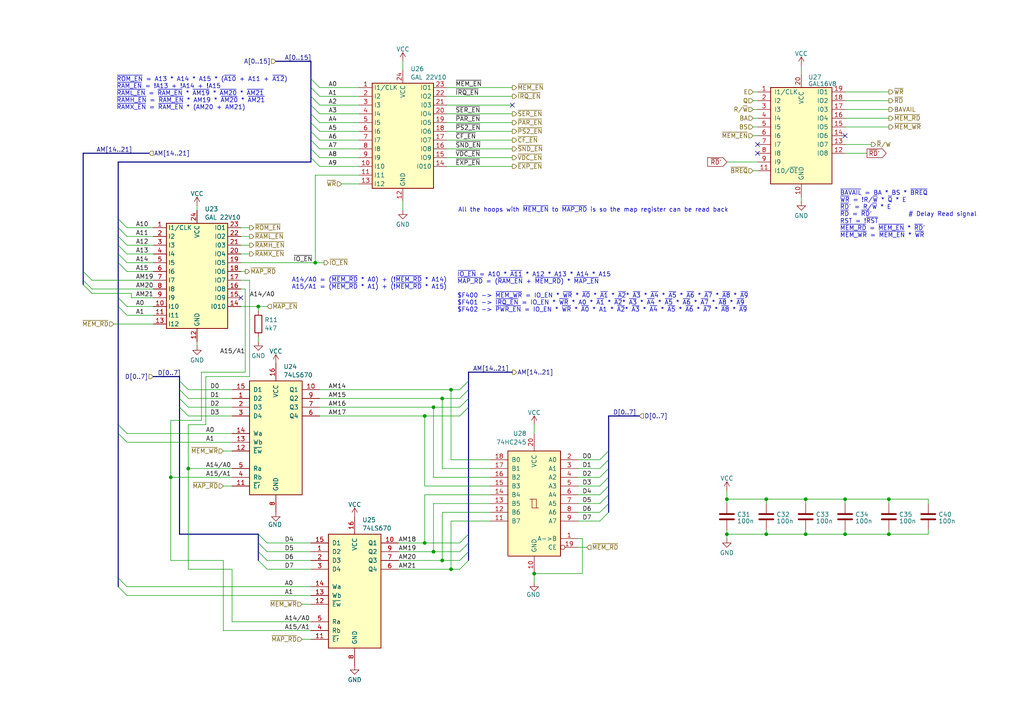
<source format=kicad_sch>
(kicad_sch
	(version 20231120)
	(generator "eeschema")
	(generator_version "8.0")
	(uuid "43bf5822-3eca-4223-ba40-cbd88cd356e0")
	(paper "A4")
	(lib_symbols
		(symbol "74xx:74HC245"
			(pin_names
				(offset 1.016)
			)
			(exclude_from_sim no)
			(in_bom yes)
			(on_board yes)
			(property "Reference" "U"
				(at -7.62 16.51 0)
				(effects
					(font
						(size 1.27 1.27)
					)
				)
			)
			(property "Value" "74HC245"
				(at -7.62 -16.51 0)
				(effects
					(font
						(size 1.27 1.27)
					)
				)
			)
			(property "Footprint" ""
				(at 0 0 0)
				(effects
					(font
						(size 1.27 1.27)
					)
					(hide yes)
				)
			)
			(property "Datasheet" "http://www.ti.com/lit/gpn/sn74HC245"
				(at 0 0 0)
				(effects
					(font
						(size 1.27 1.27)
					)
					(hide yes)
				)
			)
			(property "Description" "Octal BUS Transceivers, 3-State outputs"
				(at 0 0 0)
				(effects
					(font
						(size 1.27 1.27)
					)
					(hide yes)
				)
			)
			(property "ki_locked" ""
				(at 0 0 0)
				(effects
					(font
						(size 1.27 1.27)
					)
				)
			)
			(property "ki_keywords" "HCMOS BUS 3State"
				(at 0 0 0)
				(effects
					(font
						(size 1.27 1.27)
					)
					(hide yes)
				)
			)
			(property "ki_fp_filters" "DIP?20*"
				(at 0 0 0)
				(effects
					(font
						(size 1.27 1.27)
					)
					(hide yes)
				)
			)
			(symbol "74HC245_1_0"
				(polyline
					(pts
						(xy -0.635 -1.27) (xy -0.635 1.27) (xy 0.635 1.27)
					)
					(stroke
						(width 0)
						(type default)
					)
					(fill
						(type none)
					)
				)
				(polyline
					(pts
						(xy -1.27 -1.27) (xy 0.635 -1.27) (xy 0.635 1.27) (xy 1.27 1.27)
					)
					(stroke
						(width 0)
						(type default)
					)
					(fill
						(type none)
					)
				)
				(pin input line
					(at -12.7 -10.16 0)
					(length 5.08)
					(name "A->B"
						(effects
							(font
								(size 1.27 1.27)
							)
						)
					)
					(number "1"
						(effects
							(font
								(size 1.27 1.27)
							)
						)
					)
				)
				(pin power_in line
					(at 0 -20.32 90)
					(length 5.08)
					(name "GND"
						(effects
							(font
								(size 1.27 1.27)
							)
						)
					)
					(number "10"
						(effects
							(font
								(size 1.27 1.27)
							)
						)
					)
				)
				(pin tri_state line
					(at 12.7 -5.08 180)
					(length 5.08)
					(name "B7"
						(effects
							(font
								(size 1.27 1.27)
							)
						)
					)
					(number "11"
						(effects
							(font
								(size 1.27 1.27)
							)
						)
					)
				)
				(pin tri_state line
					(at 12.7 -2.54 180)
					(length 5.08)
					(name "B6"
						(effects
							(font
								(size 1.27 1.27)
							)
						)
					)
					(number "12"
						(effects
							(font
								(size 1.27 1.27)
							)
						)
					)
				)
				(pin tri_state line
					(at 12.7 0 180)
					(length 5.08)
					(name "B5"
						(effects
							(font
								(size 1.27 1.27)
							)
						)
					)
					(number "13"
						(effects
							(font
								(size 1.27 1.27)
							)
						)
					)
				)
				(pin tri_state line
					(at 12.7 2.54 180)
					(length 5.08)
					(name "B4"
						(effects
							(font
								(size 1.27 1.27)
							)
						)
					)
					(number "14"
						(effects
							(font
								(size 1.27 1.27)
							)
						)
					)
				)
				(pin tri_state line
					(at 12.7 5.08 180)
					(length 5.08)
					(name "B3"
						(effects
							(font
								(size 1.27 1.27)
							)
						)
					)
					(number "15"
						(effects
							(font
								(size 1.27 1.27)
							)
						)
					)
				)
				(pin tri_state line
					(at 12.7 7.62 180)
					(length 5.08)
					(name "B2"
						(effects
							(font
								(size 1.27 1.27)
							)
						)
					)
					(number "16"
						(effects
							(font
								(size 1.27 1.27)
							)
						)
					)
				)
				(pin tri_state line
					(at 12.7 10.16 180)
					(length 5.08)
					(name "B1"
						(effects
							(font
								(size 1.27 1.27)
							)
						)
					)
					(number "17"
						(effects
							(font
								(size 1.27 1.27)
							)
						)
					)
				)
				(pin tri_state line
					(at 12.7 12.7 180)
					(length 5.08)
					(name "B0"
						(effects
							(font
								(size 1.27 1.27)
							)
						)
					)
					(number "18"
						(effects
							(font
								(size 1.27 1.27)
							)
						)
					)
				)
				(pin input inverted
					(at -12.7 -12.7 0)
					(length 5.08)
					(name "CE"
						(effects
							(font
								(size 1.27 1.27)
							)
						)
					)
					(number "19"
						(effects
							(font
								(size 1.27 1.27)
							)
						)
					)
				)
				(pin tri_state line
					(at -12.7 12.7 0)
					(length 5.08)
					(name "A0"
						(effects
							(font
								(size 1.27 1.27)
							)
						)
					)
					(number "2"
						(effects
							(font
								(size 1.27 1.27)
							)
						)
					)
				)
				(pin power_in line
					(at 0 20.32 270)
					(length 5.08)
					(name "VCC"
						(effects
							(font
								(size 1.27 1.27)
							)
						)
					)
					(number "20"
						(effects
							(font
								(size 1.27 1.27)
							)
						)
					)
				)
				(pin tri_state line
					(at -12.7 10.16 0)
					(length 5.08)
					(name "A1"
						(effects
							(font
								(size 1.27 1.27)
							)
						)
					)
					(number "3"
						(effects
							(font
								(size 1.27 1.27)
							)
						)
					)
				)
				(pin tri_state line
					(at -12.7 7.62 0)
					(length 5.08)
					(name "A2"
						(effects
							(font
								(size 1.27 1.27)
							)
						)
					)
					(number "4"
						(effects
							(font
								(size 1.27 1.27)
							)
						)
					)
				)
				(pin tri_state line
					(at -12.7 5.08 0)
					(length 5.08)
					(name "A3"
						(effects
							(font
								(size 1.27 1.27)
							)
						)
					)
					(number "5"
						(effects
							(font
								(size 1.27 1.27)
							)
						)
					)
				)
				(pin tri_state line
					(at -12.7 2.54 0)
					(length 5.08)
					(name "A4"
						(effects
							(font
								(size 1.27 1.27)
							)
						)
					)
					(number "6"
						(effects
							(font
								(size 1.27 1.27)
							)
						)
					)
				)
				(pin tri_state line
					(at -12.7 0 0)
					(length 5.08)
					(name "A5"
						(effects
							(font
								(size 1.27 1.27)
							)
						)
					)
					(number "7"
						(effects
							(font
								(size 1.27 1.27)
							)
						)
					)
				)
				(pin tri_state line
					(at -12.7 -2.54 0)
					(length 5.08)
					(name "A6"
						(effects
							(font
								(size 1.27 1.27)
							)
						)
					)
					(number "8"
						(effects
							(font
								(size 1.27 1.27)
							)
						)
					)
				)
				(pin tri_state line
					(at -12.7 -5.08 0)
					(length 5.08)
					(name "A7"
						(effects
							(font
								(size 1.27 1.27)
							)
						)
					)
					(number "9"
						(effects
							(font
								(size 1.27 1.27)
							)
						)
					)
				)
			)
			(symbol "74HC245_1_1"
				(rectangle
					(start -7.62 15.24)
					(end 7.62 -15.24)
					(stroke
						(width 0.254)
						(type default)
					)
					(fill
						(type background)
					)
				)
			)
		)
		(symbol "74xx:74LS670"
			(pin_names
				(offset 1.016)
			)
			(exclude_from_sim no)
			(in_bom yes)
			(on_board yes)
			(property "Reference" "U"
				(at -7.62 16.51 0)
				(effects
					(font
						(size 1.27 1.27)
					)
				)
			)
			(property "Value" "74LS670"
				(at -7.62 -19.05 0)
				(effects
					(font
						(size 1.27 1.27)
					)
				)
			)
			(property "Footprint" ""
				(at 0 0 0)
				(effects
					(font
						(size 1.27 1.27)
					)
					(hide yes)
				)
			)
			(property "Datasheet" "http://www.ti.com/lit/gpn/sn74LS670"
				(at 0 0 0)
				(effects
					(font
						(size 1.27 1.27)
					)
					(hide yes)
				)
			)
			(property "Description" "4 x 4 Register Files 3-State Outputs"
				(at 0 0 0)
				(effects
					(font
						(size 1.27 1.27)
					)
					(hide yes)
				)
			)
			(property "ki_locked" ""
				(at 0 0 0)
				(effects
					(font
						(size 1.27 1.27)
					)
				)
			)
			(property "ki_keywords" "TTL Register 3State"
				(at 0 0 0)
				(effects
					(font
						(size 1.27 1.27)
					)
					(hide yes)
				)
			)
			(property "ki_fp_filters" "DIP?16*"
				(at 0 0 0)
				(effects
					(font
						(size 1.27 1.27)
					)
					(hide yes)
				)
			)
			(symbol "74LS670_1_0"
				(pin input line
					(at -12.7 10.16 0)
					(length 5.08)
					(name "D2"
						(effects
							(font
								(size 1.27 1.27)
							)
						)
					)
					(number "1"
						(effects
							(font
								(size 1.27 1.27)
							)
						)
					)
				)
				(pin tri_state line
					(at 12.7 12.7 180)
					(length 5.08)
					(name "Q1"
						(effects
							(font
								(size 1.27 1.27)
							)
						)
					)
					(number "10"
						(effects
							(font
								(size 1.27 1.27)
							)
						)
					)
				)
				(pin input line
					(at -12.7 -15.24 0)
					(length 5.08)
					(name "~{Er}"
						(effects
							(font
								(size 1.27 1.27)
							)
						)
					)
					(number "11"
						(effects
							(font
								(size 1.27 1.27)
							)
						)
					)
				)
				(pin input line
					(at -12.7 -5.08 0)
					(length 5.08)
					(name "~{Ew}"
						(effects
							(font
								(size 1.27 1.27)
							)
						)
					)
					(number "12"
						(effects
							(font
								(size 1.27 1.27)
							)
						)
					)
				)
				(pin input line
					(at -12.7 -2.54 0)
					(length 5.08)
					(name "Wb"
						(effects
							(font
								(size 1.27 1.27)
							)
						)
					)
					(number "13"
						(effects
							(font
								(size 1.27 1.27)
							)
						)
					)
				)
				(pin input line
					(at -12.7 0 0)
					(length 5.08)
					(name "Wa"
						(effects
							(font
								(size 1.27 1.27)
							)
						)
					)
					(number "14"
						(effects
							(font
								(size 1.27 1.27)
							)
						)
					)
				)
				(pin input line
					(at -12.7 12.7 0)
					(length 5.08)
					(name "D1"
						(effects
							(font
								(size 1.27 1.27)
							)
						)
					)
					(number "15"
						(effects
							(font
								(size 1.27 1.27)
							)
						)
					)
				)
				(pin power_in line
					(at 0 20.32 270)
					(length 5.08)
					(name "VCC"
						(effects
							(font
								(size 1.27 1.27)
							)
						)
					)
					(number "16"
						(effects
							(font
								(size 1.27 1.27)
							)
						)
					)
				)
				(pin input line
					(at -12.7 7.62 0)
					(length 5.08)
					(name "D3"
						(effects
							(font
								(size 1.27 1.27)
							)
						)
					)
					(number "2"
						(effects
							(font
								(size 1.27 1.27)
							)
						)
					)
				)
				(pin input line
					(at -12.7 5.08 0)
					(length 5.08)
					(name "D4"
						(effects
							(font
								(size 1.27 1.27)
							)
						)
					)
					(number "3"
						(effects
							(font
								(size 1.27 1.27)
							)
						)
					)
				)
				(pin input line
					(at -12.7 -12.7 0)
					(length 5.08)
					(name "Rb"
						(effects
							(font
								(size 1.27 1.27)
							)
						)
					)
					(number "4"
						(effects
							(font
								(size 1.27 1.27)
							)
						)
					)
				)
				(pin input line
					(at -12.7 -10.16 0)
					(length 5.08)
					(name "Ra"
						(effects
							(font
								(size 1.27 1.27)
							)
						)
					)
					(number "5"
						(effects
							(font
								(size 1.27 1.27)
							)
						)
					)
				)
				(pin tri_state line
					(at 12.7 5.08 180)
					(length 5.08)
					(name "Q4"
						(effects
							(font
								(size 1.27 1.27)
							)
						)
					)
					(number "6"
						(effects
							(font
								(size 1.27 1.27)
							)
						)
					)
				)
				(pin tri_state line
					(at 12.7 7.62 180)
					(length 5.08)
					(name "Q3"
						(effects
							(font
								(size 1.27 1.27)
							)
						)
					)
					(number "7"
						(effects
							(font
								(size 1.27 1.27)
							)
						)
					)
				)
				(pin power_in line
					(at 0 -22.86 90)
					(length 5.08)
					(name "GND"
						(effects
							(font
								(size 1.27 1.27)
							)
						)
					)
					(number "8"
						(effects
							(font
								(size 1.27 1.27)
							)
						)
					)
				)
				(pin tri_state line
					(at 12.7 10.16 180)
					(length 5.08)
					(name "Q2"
						(effects
							(font
								(size 1.27 1.27)
							)
						)
					)
					(number "9"
						(effects
							(font
								(size 1.27 1.27)
							)
						)
					)
				)
			)
			(symbol "74LS670_1_1"
				(rectangle
					(start -7.62 15.24)
					(end 7.62 -17.78)
					(stroke
						(width 0.254)
						(type default)
					)
					(fill
						(type background)
					)
				)
			)
		)
		(symbol "Device:C"
			(pin_numbers hide)
			(pin_names
				(offset 0.254)
			)
			(exclude_from_sim no)
			(in_bom yes)
			(on_board yes)
			(property "Reference" "C"
				(at 0.635 2.54 0)
				(effects
					(font
						(size 1.27 1.27)
					)
					(justify left)
				)
			)
			(property "Value" "C"
				(at 0.635 -2.54 0)
				(effects
					(font
						(size 1.27 1.27)
					)
					(justify left)
				)
			)
			(property "Footprint" ""
				(at 0.9652 -3.81 0)
				(effects
					(font
						(size 1.27 1.27)
					)
					(hide yes)
				)
			)
			(property "Datasheet" "~"
				(at 0 0 0)
				(effects
					(font
						(size 1.27 1.27)
					)
					(hide yes)
				)
			)
			(property "Description" "Unpolarized capacitor"
				(at 0 0 0)
				(effects
					(font
						(size 1.27 1.27)
					)
					(hide yes)
				)
			)
			(property "ki_keywords" "cap capacitor"
				(at 0 0 0)
				(effects
					(font
						(size 1.27 1.27)
					)
					(hide yes)
				)
			)
			(property "ki_fp_filters" "C_*"
				(at 0 0 0)
				(effects
					(font
						(size 1.27 1.27)
					)
					(hide yes)
				)
			)
			(symbol "C_0_1"
				(polyline
					(pts
						(xy -2.032 -0.762) (xy 2.032 -0.762)
					)
					(stroke
						(width 0.508)
						(type default)
					)
					(fill
						(type none)
					)
				)
				(polyline
					(pts
						(xy -2.032 0.762) (xy 2.032 0.762)
					)
					(stroke
						(width 0.508)
						(type default)
					)
					(fill
						(type none)
					)
				)
			)
			(symbol "C_1_1"
				(pin passive line
					(at 0 3.81 270)
					(length 2.794)
					(name "~"
						(effects
							(font
								(size 1.27 1.27)
							)
						)
					)
					(number "1"
						(effects
							(font
								(size 1.27 1.27)
							)
						)
					)
				)
				(pin passive line
					(at 0 -3.81 90)
					(length 2.794)
					(name "~"
						(effects
							(font
								(size 1.27 1.27)
							)
						)
					)
					(number "2"
						(effects
							(font
								(size 1.27 1.27)
							)
						)
					)
				)
			)
		)
		(symbol "Device:R"
			(pin_numbers hide)
			(pin_names
				(offset 0)
			)
			(exclude_from_sim no)
			(in_bom yes)
			(on_board yes)
			(property "Reference" "R"
				(at 2.032 0 90)
				(effects
					(font
						(size 1.27 1.27)
					)
				)
			)
			(property "Value" "R"
				(at 0 0 90)
				(effects
					(font
						(size 1.27 1.27)
					)
				)
			)
			(property "Footprint" ""
				(at -1.778 0 90)
				(effects
					(font
						(size 1.27 1.27)
					)
					(hide yes)
				)
			)
			(property "Datasheet" "~"
				(at 0 0 0)
				(effects
					(font
						(size 1.27 1.27)
					)
					(hide yes)
				)
			)
			(property "Description" "Resistor"
				(at 0 0 0)
				(effects
					(font
						(size 1.27 1.27)
					)
					(hide yes)
				)
			)
			(property "ki_keywords" "R res resistor"
				(at 0 0 0)
				(effects
					(font
						(size 1.27 1.27)
					)
					(hide yes)
				)
			)
			(property "ki_fp_filters" "R_*"
				(at 0 0 0)
				(effects
					(font
						(size 1.27 1.27)
					)
					(hide yes)
				)
			)
			(symbol "R_0_1"
				(rectangle
					(start -1.016 -2.54)
					(end 1.016 2.54)
					(stroke
						(width 0.254)
						(type default)
					)
					(fill
						(type none)
					)
				)
			)
			(symbol "R_1_1"
				(pin passive line
					(at 0 3.81 270)
					(length 1.27)
					(name "~"
						(effects
							(font
								(size 1.27 1.27)
							)
						)
					)
					(number "1"
						(effects
							(font
								(size 1.27 1.27)
							)
						)
					)
				)
				(pin passive line
					(at 0 -3.81 90)
					(length 1.27)
					(name "~"
						(effects
							(font
								(size 1.27 1.27)
							)
						)
					)
					(number "2"
						(effects
							(font
								(size 1.27 1.27)
							)
						)
					)
				)
			)
		)
		(symbol "Logic_Programmable:GAL16V8"
			(pin_names
				(offset 1.016)
			)
			(exclude_from_sim no)
			(in_bom yes)
			(on_board yes)
			(property "Reference" "U"
				(at -8.89 16.51 0)
				(effects
					(font
						(size 1.27 1.27)
					)
					(justify left)
				)
			)
			(property "Value" "GAL16V8"
				(at 1.27 16.51 0)
				(effects
					(font
						(size 1.27 1.27)
					)
					(justify left)
				)
			)
			(property "Footprint" ""
				(at 0 0 0)
				(effects
					(font
						(size 1.27 1.27)
					)
					(hide yes)
				)
			)
			(property "Datasheet" ""
				(at 0 0 0)
				(effects
					(font
						(size 1.27 1.27)
					)
					(hide yes)
				)
			)
			(property "Description" "Programmable Logic Array, DIP-20/SOIC-20/PLCC-20"
				(at 0 0 0)
				(effects
					(font
						(size 1.27 1.27)
					)
					(hide yes)
				)
			)
			(property "ki_keywords" "GAL PLD 16V8"
				(at 0 0 0)
				(effects
					(font
						(size 1.27 1.27)
					)
					(hide yes)
				)
			)
			(property "ki_fp_filters" "DIP* PDIP* SOIC* SO* PLCC*"
				(at 0 0 0)
				(effects
					(font
						(size 1.27 1.27)
					)
					(hide yes)
				)
			)
			(symbol "GAL16V8_0_0"
				(pin power_in line
					(at 0 -17.78 90)
					(length 3.81)
					(name "GND"
						(effects
							(font
								(size 1.27 1.27)
							)
						)
					)
					(number "10"
						(effects
							(font
								(size 1.27 1.27)
							)
						)
					)
				)
				(pin power_in line
					(at 0 17.78 270)
					(length 3.81)
					(name "VCC"
						(effects
							(font
								(size 1.27 1.27)
							)
						)
					)
					(number "20"
						(effects
							(font
								(size 1.27 1.27)
							)
						)
					)
				)
			)
			(symbol "GAL16V8_0_1"
				(rectangle
					(start -8.89 13.97)
					(end 8.89 -13.97)
					(stroke
						(width 0.254)
						(type default)
					)
					(fill
						(type background)
					)
				)
			)
			(symbol "GAL16V8_1_1"
				(pin input line
					(at -12.7 12.7 0)
					(length 3.81)
					(name "I1/CLK"
						(effects
							(font
								(size 1.27 1.27)
							)
						)
					)
					(number "1"
						(effects
							(font
								(size 1.27 1.27)
							)
						)
					)
				)
				(pin input line
					(at -12.7 -10.16 0)
					(length 3.81)
					(name "I10/~{OE}"
						(effects
							(font
								(size 1.27 1.27)
							)
						)
					)
					(number "11"
						(effects
							(font
								(size 1.27 1.27)
							)
						)
					)
				)
				(pin tri_state line
					(at 12.7 -5.08 180)
					(length 3.81)
					(name "IO8"
						(effects
							(font
								(size 1.27 1.27)
							)
						)
					)
					(number "12"
						(effects
							(font
								(size 1.27 1.27)
							)
						)
					)
				)
				(pin tri_state line
					(at 12.7 -2.54 180)
					(length 3.81)
					(name "IO7"
						(effects
							(font
								(size 1.27 1.27)
							)
						)
					)
					(number "13"
						(effects
							(font
								(size 1.27 1.27)
							)
						)
					)
				)
				(pin tri_state line
					(at 12.7 0 180)
					(length 3.81)
					(name "IO6"
						(effects
							(font
								(size 1.27 1.27)
							)
						)
					)
					(number "14"
						(effects
							(font
								(size 1.27 1.27)
							)
						)
					)
				)
				(pin tri_state line
					(at 12.7 2.54 180)
					(length 3.81)
					(name "IO5"
						(effects
							(font
								(size 1.27 1.27)
							)
						)
					)
					(number "15"
						(effects
							(font
								(size 1.27 1.27)
							)
						)
					)
				)
				(pin tri_state line
					(at 12.7 5.08 180)
					(length 3.81)
					(name "IO4"
						(effects
							(font
								(size 1.27 1.27)
							)
						)
					)
					(number "16"
						(effects
							(font
								(size 1.27 1.27)
							)
						)
					)
				)
				(pin tri_state line
					(at 12.7 7.62 180)
					(length 3.81)
					(name "I03"
						(effects
							(font
								(size 1.27 1.27)
							)
						)
					)
					(number "17"
						(effects
							(font
								(size 1.27 1.27)
							)
						)
					)
				)
				(pin tri_state line
					(at 12.7 10.16 180)
					(length 3.81)
					(name "IO2"
						(effects
							(font
								(size 1.27 1.27)
							)
						)
					)
					(number "18"
						(effects
							(font
								(size 1.27 1.27)
							)
						)
					)
				)
				(pin tri_state line
					(at 12.7 12.7 180)
					(length 3.81)
					(name "IO1"
						(effects
							(font
								(size 1.27 1.27)
							)
						)
					)
					(number "19"
						(effects
							(font
								(size 1.27 1.27)
							)
						)
					)
				)
				(pin input line
					(at -12.7 10.16 0)
					(length 3.81)
					(name "I2"
						(effects
							(font
								(size 1.27 1.27)
							)
						)
					)
					(number "2"
						(effects
							(font
								(size 1.27 1.27)
							)
						)
					)
				)
				(pin input line
					(at -12.7 7.62 0)
					(length 3.81)
					(name "I3"
						(effects
							(font
								(size 1.27 1.27)
							)
						)
					)
					(number "3"
						(effects
							(font
								(size 1.27 1.27)
							)
						)
					)
				)
				(pin input line
					(at -12.7 5.08 0)
					(length 3.81)
					(name "I4"
						(effects
							(font
								(size 1.27 1.27)
							)
						)
					)
					(number "4"
						(effects
							(font
								(size 1.27 1.27)
							)
						)
					)
				)
				(pin input line
					(at -12.7 2.54 0)
					(length 3.81)
					(name "I5"
						(effects
							(font
								(size 1.27 1.27)
							)
						)
					)
					(number "5"
						(effects
							(font
								(size 1.27 1.27)
							)
						)
					)
				)
				(pin input line
					(at -12.7 0 0)
					(length 3.81)
					(name "I6"
						(effects
							(font
								(size 1.27 1.27)
							)
						)
					)
					(number "6"
						(effects
							(font
								(size 1.27 1.27)
							)
						)
					)
				)
				(pin input line
					(at -12.7 -2.54 0)
					(length 3.81)
					(name "I7"
						(effects
							(font
								(size 1.27 1.27)
							)
						)
					)
					(number "7"
						(effects
							(font
								(size 1.27 1.27)
							)
						)
					)
				)
				(pin input line
					(at -12.7 -5.08 0)
					(length 3.81)
					(name "I8"
						(effects
							(font
								(size 1.27 1.27)
							)
						)
					)
					(number "8"
						(effects
							(font
								(size 1.27 1.27)
							)
						)
					)
				)
				(pin input line
					(at -12.7 -7.62 0)
					(length 3.81)
					(name "I9"
						(effects
							(font
								(size 1.27 1.27)
							)
						)
					)
					(number "9"
						(effects
							(font
								(size 1.27 1.27)
							)
						)
					)
				)
			)
		)
		(symbol "motherboard:GAL22V10"
			(exclude_from_sim no)
			(in_bom yes)
			(on_board yes)
			(property "Reference" "U29"
				(at -1.27 30.734 0)
				(effects
					(font
						(size 1.27 1.27)
					)
					(justify left)
				)
			)
			(property "Value" "GAL 22V10"
				(at 8.636 -2.794 0)
				(effects
					(font
						(size 1.27 1.27)
					)
					(justify left)
				)
			)
			(property "Footprint" "Package_DIP:DIP-24_W7.62mm_Socket"
				(at 0 0 0)
				(effects
					(font
						(size 1.27 1.27)
					)
					(hide yes)
				)
			)
			(property "Datasheet" ""
				(at 0 0 0)
				(effects
					(font
						(size 1.27 1.27)
					)
					(hide yes)
				)
			)
			(property "Description" ""
				(at 0 0 0)
				(effects
					(font
						(size 1.27 1.27)
					)
					(hide yes)
				)
			)
			(symbol "GAL22V10_0_1"
				(rectangle
					(start -1.27 29.21)
					(end 16.51 -1.27)
					(stroke
						(width 0.254)
						(type default)
					)
					(fill
						(type background)
					)
				)
			)
			(symbol "GAL22V10_1_0"
				(pin power_in line
					(at 7.62 -5.08 90)
					(length 3.81)
					(name "GND"
						(effects
							(font
								(size 1.27 1.27)
							)
						)
					)
					(number "12"
						(effects
							(font
								(size 1.27 1.27)
							)
						)
					)
				)
				(pin power_in line
					(at 7.62 33.02 270)
					(length 3.81)
					(name "VCC"
						(effects
							(font
								(size 1.27 1.27)
							)
						)
					)
					(number "24"
						(effects
							(font
								(size 1.27 1.27)
							)
						)
					)
				)
			)
			(symbol "GAL22V10_1_1"
				(pin input line
					(at -5.08 27.94 0)
					(length 3.81)
					(name "I1/CLK"
						(effects
							(font
								(size 1.27 1.27)
							)
						)
					)
					(number "1"
						(effects
							(font
								(size 1.27 1.27)
							)
						)
					)
				)
				(pin input line
					(at -5.08 5.08 0)
					(length 3.81)
					(name "I10"
						(effects
							(font
								(size 1.27 1.27)
							)
						)
					)
					(number "10"
						(effects
							(font
								(size 1.27 1.27)
							)
						)
					)
				)
				(pin input line
					(at -5.08 2.54 0)
					(length 3.81)
					(name "I11"
						(effects
							(font
								(size 1.27 1.27)
							)
						)
					)
					(number "11"
						(effects
							(font
								(size 1.27 1.27)
							)
						)
					)
				)
				(pin input line
					(at -5.08 0 0)
					(length 3.81)
					(name "I12"
						(effects
							(font
								(size 1.27 1.27)
							)
						)
					)
					(number "13"
						(effects
							(font
								(size 1.27 1.27)
							)
						)
					)
				)
				(pin bidirectional line
					(at 20.32 5.08 180)
					(length 3.81)
					(name "I010"
						(effects
							(font
								(size 1.27 1.27)
							)
						)
					)
					(number "14"
						(effects
							(font
								(size 1.27 1.27)
							)
						)
					)
				)
				(pin bidirectional line
					(at 20.32 7.62 180)
					(length 3.81)
					(name "IO9"
						(effects
							(font
								(size 1.27 1.27)
							)
						)
					)
					(number "15"
						(effects
							(font
								(size 1.27 1.27)
							)
						)
					)
				)
				(pin bidirectional line
					(at 20.32 10.16 180)
					(length 3.81)
					(name "IO8"
						(effects
							(font
								(size 1.27 1.27)
							)
						)
					)
					(number "16"
						(effects
							(font
								(size 1.27 1.27)
							)
						)
					)
				)
				(pin bidirectional line
					(at 20.32 12.7 180)
					(length 3.81)
					(name "IO7"
						(effects
							(font
								(size 1.27 1.27)
							)
						)
					)
					(number "17"
						(effects
							(font
								(size 1.27 1.27)
							)
						)
					)
				)
				(pin bidirectional line
					(at 20.32 15.24 180)
					(length 3.81)
					(name "IO6"
						(effects
							(font
								(size 1.27 1.27)
							)
						)
					)
					(number "18"
						(effects
							(font
								(size 1.27 1.27)
							)
						)
					)
				)
				(pin bidirectional line
					(at 20.32 17.78 180)
					(length 3.81)
					(name "IO5"
						(effects
							(font
								(size 1.27 1.27)
							)
						)
					)
					(number "19"
						(effects
							(font
								(size 1.27 1.27)
							)
						)
					)
				)
				(pin input line
					(at -5.08 25.4 0)
					(length 3.81)
					(name "I2"
						(effects
							(font
								(size 1.27 1.27)
							)
						)
					)
					(number "2"
						(effects
							(font
								(size 1.27 1.27)
							)
						)
					)
				)
				(pin bidirectional line
					(at 20.32 20.32 180)
					(length 3.81)
					(name "IO4"
						(effects
							(font
								(size 1.27 1.27)
							)
						)
					)
					(number "20"
						(effects
							(font
								(size 1.27 1.27)
							)
						)
					)
				)
				(pin bidirectional line
					(at 20.32 22.86 180)
					(length 3.81)
					(name "I03"
						(effects
							(font
								(size 1.27 1.27)
							)
						)
					)
					(number "21"
						(effects
							(font
								(size 1.27 1.27)
							)
						)
					)
				)
				(pin bidirectional line
					(at 20.32 25.4 180)
					(length 3.81)
					(name "IO2"
						(effects
							(font
								(size 1.27 1.27)
							)
						)
					)
					(number "22"
						(effects
							(font
								(size 1.27 1.27)
							)
						)
					)
				)
				(pin bidirectional line
					(at 20.32 27.94 180)
					(length 3.81)
					(name "IO1"
						(effects
							(font
								(size 1.27 1.27)
							)
						)
					)
					(number "23"
						(effects
							(font
								(size 1.27 1.27)
							)
						)
					)
				)
				(pin input line
					(at -5.08 22.86 0)
					(length 3.81)
					(name "I3"
						(effects
							(font
								(size 1.27 1.27)
							)
						)
					)
					(number "3"
						(effects
							(font
								(size 1.27 1.27)
							)
						)
					)
				)
				(pin input line
					(at -5.08 20.32 0)
					(length 3.81)
					(name "I4"
						(effects
							(font
								(size 1.27 1.27)
							)
						)
					)
					(number "4"
						(effects
							(font
								(size 1.27 1.27)
							)
						)
					)
				)
				(pin input line
					(at -5.08 17.78 0)
					(length 3.81)
					(name "I5"
						(effects
							(font
								(size 1.27 1.27)
							)
						)
					)
					(number "5"
						(effects
							(font
								(size 1.27 1.27)
							)
						)
					)
				)
				(pin input line
					(at -5.08 15.24 0)
					(length 3.81)
					(name "I6"
						(effects
							(font
								(size 1.27 1.27)
							)
						)
					)
					(number "6"
						(effects
							(font
								(size 1.27 1.27)
							)
						)
					)
				)
				(pin input line
					(at -5.08 12.7 0)
					(length 3.81)
					(name "I7"
						(effects
							(font
								(size 1.27 1.27)
							)
						)
					)
					(number "7"
						(effects
							(font
								(size 1.27 1.27)
							)
						)
					)
				)
				(pin input line
					(at -5.08 10.16 0)
					(length 3.81)
					(name "I8"
						(effects
							(font
								(size 1.27 1.27)
							)
						)
					)
					(number "8"
						(effects
							(font
								(size 1.27 1.27)
							)
						)
					)
				)
				(pin input line
					(at -5.08 7.62 0)
					(length 3.81)
					(name "I9"
						(effects
							(font
								(size 1.27 1.27)
							)
						)
					)
					(number "9"
						(effects
							(font
								(size 1.27 1.27)
							)
						)
					)
				)
			)
		)
		(symbol "power:GND"
			(power)
			(pin_names
				(offset 0)
			)
			(exclude_from_sim no)
			(in_bom yes)
			(on_board yes)
			(property "Reference" "#PWR"
				(at 0 -6.35 0)
				(effects
					(font
						(size 1.27 1.27)
					)
					(hide yes)
				)
			)
			(property "Value" "GND"
				(at 0 -3.81 0)
				(effects
					(font
						(size 1.27 1.27)
					)
				)
			)
			(property "Footprint" ""
				(at 0 0 0)
				(effects
					(font
						(size 1.27 1.27)
					)
					(hide yes)
				)
			)
			(property "Datasheet" ""
				(at 0 0 0)
				(effects
					(font
						(size 1.27 1.27)
					)
					(hide yes)
				)
			)
			(property "Description" "Power symbol creates a global label with name \"GND\" , ground"
				(at 0 0 0)
				(effects
					(font
						(size 1.27 1.27)
					)
					(hide yes)
				)
			)
			(property "ki_keywords" "global power"
				(at 0 0 0)
				(effects
					(font
						(size 1.27 1.27)
					)
					(hide yes)
				)
			)
			(symbol "GND_0_1"
				(polyline
					(pts
						(xy 0 0) (xy 0 -1.27) (xy 1.27 -1.27) (xy 0 -2.54) (xy -1.27 -1.27) (xy 0 -1.27)
					)
					(stroke
						(width 0)
						(type default)
					)
					(fill
						(type none)
					)
				)
			)
			(symbol "GND_1_1"
				(pin power_in line
					(at 0 0 270)
					(length 0) hide
					(name "GND"
						(effects
							(font
								(size 1.27 1.27)
							)
						)
					)
					(number "1"
						(effects
							(font
								(size 1.27 1.27)
							)
						)
					)
				)
			)
		)
		(symbol "power:VCC"
			(power)
			(pin_names
				(offset 0)
			)
			(exclude_from_sim no)
			(in_bom yes)
			(on_board yes)
			(property "Reference" "#PWR"
				(at 0 -3.81 0)
				(effects
					(font
						(size 1.27 1.27)
					)
					(hide yes)
				)
			)
			(property "Value" "VCC"
				(at 0 3.81 0)
				(effects
					(font
						(size 1.27 1.27)
					)
				)
			)
			(property "Footprint" ""
				(at 0 0 0)
				(effects
					(font
						(size 1.27 1.27)
					)
					(hide yes)
				)
			)
			(property "Datasheet" ""
				(at 0 0 0)
				(effects
					(font
						(size 1.27 1.27)
					)
					(hide yes)
				)
			)
			(property "Description" "Power symbol creates a global label with name \"VCC\""
				(at 0 0 0)
				(effects
					(font
						(size 1.27 1.27)
					)
					(hide yes)
				)
			)
			(property "ki_keywords" "global power"
				(at 0 0 0)
				(effects
					(font
						(size 1.27 1.27)
					)
					(hide yes)
				)
			)
			(symbol "VCC_0_1"
				(polyline
					(pts
						(xy -0.762 1.27) (xy 0 2.54)
					)
					(stroke
						(width 0)
						(type default)
					)
					(fill
						(type none)
					)
				)
				(polyline
					(pts
						(xy 0 0) (xy 0 2.54)
					)
					(stroke
						(width 0)
						(type default)
					)
					(fill
						(type none)
					)
				)
				(polyline
					(pts
						(xy 0 2.54) (xy 0.762 1.27)
					)
					(stroke
						(width 0)
						(type default)
					)
					(fill
						(type none)
					)
				)
			)
			(symbol "VCC_1_1"
				(pin power_in line
					(at 0 0 90)
					(length 0) hide
					(name "VCC"
						(effects
							(font
								(size 1.27 1.27)
							)
						)
					)
					(number "1"
						(effects
							(font
								(size 1.27 1.27)
							)
						)
					)
				)
			)
		)
	)
	(junction
		(at 222.25 144.78)
		(diameter 0)
		(color 0 0 0 0)
		(uuid "05b60650-2aac-41e5-b648-32473084369c")
	)
	(junction
		(at 125.73 118.11)
		(diameter 0)
		(color 0 0 0 0)
		(uuid "13c20531-3abe-4bf1-859c-9c123aa237b8")
	)
	(junction
		(at 49.53 138.43)
		(diameter 0)
		(color 0 0 0 0)
		(uuid "1934d582-6300-49f0-8156-18b620b1a864")
	)
	(junction
		(at 210.82 144.78)
		(diameter 0)
		(color 0 0 0 0)
		(uuid "1b21cf97-8cac-4104-861a-5589960826a5")
	)
	(junction
		(at 123.19 157.48)
		(diameter 0)
		(color 0 0 0 0)
		(uuid "2ced243d-41f5-4b92-bacd-65b7c7bc702f")
	)
	(junction
		(at 233.68 154.94)
		(diameter 0)
		(color 0 0 0 0)
		(uuid "38a13b3f-e188-4ddd-a4bd-ddd0aa78ec05")
	)
	(junction
		(at 54.61 135.89)
		(diameter 0)
		(color 0 0 0 0)
		(uuid "445244fd-2bcc-42c6-ba4f-c119243da130")
	)
	(junction
		(at 245.11 154.94)
		(diameter 0)
		(color 0 0 0 0)
		(uuid "4c940bd4-7399-4556-99da-8d87aeb81833")
	)
	(junction
		(at 128.27 162.56)
		(diameter 0)
		(color 0 0 0 0)
		(uuid "4e3fb59d-5bcc-42b9-a361-1fcf6d2dfaf6")
	)
	(junction
		(at 210.82 154.94)
		(diameter 0)
		(color 0 0 0 0)
		(uuid "677e18e8-c534-4326-8ee8-1f056212402d")
	)
	(junction
		(at 74.93 88.9)
		(diameter 0)
		(color 0 0 0 0)
		(uuid "6dce3360-409d-43c4-a4ee-9bbe55b8a93e")
	)
	(junction
		(at 130.81 165.1)
		(diameter 0)
		(color 0 0 0 0)
		(uuid "716ccf61-e53b-4af3-a720-be95819b757e")
	)
	(junction
		(at 123.19 120.65)
		(diameter 0)
		(color 0 0 0 0)
		(uuid "7f20999c-d2e1-4950-a249-695ec969902f")
	)
	(junction
		(at 233.68 144.78)
		(diameter 0)
		(color 0 0 0 0)
		(uuid "82cbfc75-3969-40dd-8f47-0ffd54bc2323")
	)
	(junction
		(at 245.11 144.78)
		(diameter 0)
		(color 0 0 0 0)
		(uuid "8b3184d4-7b54-4b4f-9a23-d4394c0349a9")
	)
	(junction
		(at 125.73 160.02)
		(diameter 0)
		(color 0 0 0 0)
		(uuid "8c5baa5a-6094-476b-b26d-0bd15e6b994c")
	)
	(junction
		(at 222.25 154.94)
		(diameter 0)
		(color 0 0 0 0)
		(uuid "97e04fb0-a89f-4c92-82bc-51ad0af91f0f")
	)
	(junction
		(at 91.44 76.2)
		(diameter 0)
		(color 0 0 0 0)
		(uuid "9a3f69c6-d25a-470f-8526-726d88f71c71")
	)
	(junction
		(at 257.81 154.94)
		(diameter 0)
		(color 0 0 0 0)
		(uuid "a10c97c4-90c6-4a67-8f02-72ba77454835")
	)
	(junction
		(at 257.81 144.78)
		(diameter 0)
		(color 0 0 0 0)
		(uuid "ae7be9ee-772e-4194-b2d7-22ccd6536dbe")
	)
	(junction
		(at 130.81 113.03)
		(diameter 0)
		(color 0 0 0 0)
		(uuid "f38b11a2-dd14-4663-83e7-932d13a0049d")
	)
	(junction
		(at 128.27 115.57)
		(diameter 0)
		(color 0 0 0 0)
		(uuid "f7abc11d-1981-49d7-8bf6-a25cd9c0ccce")
	)
	(junction
		(at 154.94 166.37)
		(diameter 0)
		(color 0 0 0 0)
		(uuid "f90fcb99-1f38-400c-962b-cd7739656ec5")
	)
	(no_connect
		(at 245.11 39.37)
		(uuid "180308c1-5739-41b6-8847-2b7579e4e95f")
	)
	(no_connect
		(at 69.85 86.36)
		(uuid "8452b32c-b9a7-4f6c-9d60-99e032538bc7")
	)
	(no_connect
		(at 148.59 30.48)
		(uuid "9a1b05ee-39af-4663-a3c5-467d7b0683f3")
	)
	(no_connect
		(at 219.71 44.45)
		(uuid "9cec0670-8bd5-4d95-a468-64624b36aec0")
	)
	(no_connect
		(at 219.71 41.91)
		(uuid "ffe1770f-3828-4c8c-905f-db26cb844d6b")
	)
	(bus_entry
		(at 90.17 40.64)
		(size 2.54 2.54)
		(stroke
			(width 0)
			(type default)
		)
		(uuid "0c68c02e-1eee-4066-9ae8-32b6f618429d")
	)
	(bus_entry
		(at 90.17 27.94)
		(size 2.54 2.54)
		(stroke
			(width 0)
			(type default)
		)
		(uuid "131031e7-8cf1-4b8e-84f2-329639573b4f")
	)
	(bus_entry
		(at 34.29 125.73)
		(size 2.54 2.54)
		(stroke
			(width 0)
			(type default)
		)
		(uuid "15840b68-492d-43fb-891f-24ee6956fce7")
	)
	(bus_entry
		(at 90.17 30.48)
		(size 2.54 2.54)
		(stroke
			(width 0)
			(type default)
		)
		(uuid "15a68994-e0d0-437e-8289-5842cb40a642")
	)
	(bus_entry
		(at 176.53 133.35)
		(size -2.54 2.54)
		(stroke
			(width 0)
			(type default)
		)
		(uuid "163ca9b2-e8b5-47f3-8fea-b9abd5129f1b")
	)
	(bus_entry
		(at 90.17 22.86)
		(size 2.54 2.54)
		(stroke
			(width 0)
			(type default)
		)
		(uuid "1801cb0f-5fc2-48ae-acd8-ec7cb04bc60f")
	)
	(bus_entry
		(at 34.29 71.12)
		(size 2.54 2.54)
		(stroke
			(width 0)
			(type default)
		)
		(uuid "1e9bc789-754b-4cfc-b953-23eb42f81df2")
	)
	(bus_entry
		(at 52.07 113.03)
		(size 2.54 2.54)
		(stroke
			(width 0)
			(type default)
		)
		(uuid "3018d59f-4617-4280-9589-0cceb41f9621")
	)
	(bus_entry
		(at 176.53 148.59)
		(size -2.54 2.54)
		(stroke
			(width 0)
			(type default)
		)
		(uuid "3ebe6cf2-82d9-4e0f-8b30-da8c92c8b04c")
	)
	(bus_entry
		(at 34.29 63.5)
		(size 2.54 2.54)
		(stroke
			(width 0)
			(type default)
		)
		(uuid "45a84414-a766-4c2a-8526-d8096573f842")
	)
	(bus_entry
		(at 74.93 154.94)
		(size 2.54 2.54)
		(stroke
			(width 0)
			(type default)
		)
		(uuid "4b464713-1432-45d3-8f58-03a65383d180")
	)
	(bus_entry
		(at 135.89 118.11)
		(size -2.54 2.54)
		(stroke
			(width 0)
			(type default)
		)
		(uuid "4bb1133a-9e81-4adc-9990-9bd50a503968")
	)
	(bus_entry
		(at 135.89 160.02)
		(size -2.54 2.54)
		(stroke
			(width 0)
			(type default)
		)
		(uuid "4cbc6c8c-c35f-4c46-bf35-a7f657fe0a1a")
	)
	(bus_entry
		(at 90.17 35.56)
		(size 2.54 2.54)
		(stroke
			(width 0)
			(type default)
		)
		(uuid "5473bc98-72bc-4393-90a2-9a2370ece8a8")
	)
	(bus_entry
		(at 135.89 113.03)
		(size -2.54 2.54)
		(stroke
			(width 0)
			(type default)
		)
		(uuid "54fed625-150a-4110-865d-cb7081ad0129")
	)
	(bus_entry
		(at 135.89 162.56)
		(size -2.54 2.54)
		(stroke
			(width 0)
			(type default)
		)
		(uuid "575c38e0-8352-4d83-8e19-9f29c8b0ca53")
	)
	(bus_entry
		(at 176.53 130.81)
		(size -2.54 2.54)
		(stroke
			(width 0)
			(type default)
		)
		(uuid "5a2e6c21-3194-462a-8bc9-b262f1bcaa11")
	)
	(bus_entry
		(at 135.89 115.57)
		(size -2.54 2.54)
		(stroke
			(width 0)
			(type default)
		)
		(uuid "5a782d9e-7ad3-4b69-89a4-5fafba10b102")
	)
	(bus_entry
		(at 34.29 170.18)
		(size 2.54 2.54)
		(stroke
			(width 0)
			(type default)
		)
		(uuid "628008d4-9386-48fd-bee1-28807b25a368")
	)
	(bus_entry
		(at 176.53 140.97)
		(size -2.54 2.54)
		(stroke
			(width 0)
			(type default)
		)
		(uuid "644b8075-880f-4cd9-b3c9-40494d2a0094")
	)
	(bus_entry
		(at 135.89 157.48)
		(size -2.54 2.54)
		(stroke
			(width 0)
			(type default)
		)
		(uuid "68a041fc-7f64-40e1-9c45-52dce0b84837")
	)
	(bus_entry
		(at 24.13 82.55)
		(size 2.54 2.54)
		(stroke
			(width 0)
			(type default)
		)
		(uuid "6d9d492f-f370-47b5-870b-330d395a5177")
	)
	(bus_entry
		(at 90.17 45.72)
		(size 2.54 2.54)
		(stroke
			(width 0)
			(type default)
		)
		(uuid "6db7d51e-4806-440b-a253-17496d5ae688")
	)
	(bus_entry
		(at 176.53 146.05)
		(size -2.54 2.54)
		(stroke
			(width 0)
			(type default)
		)
		(uuid "7011079e-65f6-47bb-be0a-49e4a501785b")
	)
	(bus_entry
		(at 34.29 167.64)
		(size 2.54 2.54)
		(stroke
			(width 0)
			(type default)
		)
		(uuid "7126ea10-f6fd-4a4f-b829-033b624ad012")
	)
	(bus_entry
		(at 34.29 76.2)
		(size 2.54 2.54)
		(stroke
			(width 0)
			(type default)
		)
		(uuid "719d4e0d-8e1c-4e93-b187-0bee5b0ec79e")
	)
	(bus_entry
		(at 90.17 43.18)
		(size 2.54 2.54)
		(stroke
			(width 0)
			(type default)
		)
		(uuid "7fb79df9-7d35-4267-9147-1e42ee49bd2b")
	)
	(bus_entry
		(at 34.29 86.36)
		(size 2.54 2.54)
		(stroke
			(width 0)
			(type default)
		)
		(uuid "82ab62ce-5306-417b-a411-16104e4fe927")
	)
	(bus_entry
		(at 34.29 73.66)
		(size 2.54 2.54)
		(stroke
			(width 0)
			(type default)
		)
		(uuid "8908c46f-de3b-4e50-9f1b-82e5e27fa96e")
	)
	(bus_entry
		(at 74.93 162.56)
		(size 2.54 2.54)
		(stroke
			(width 0)
			(type default)
		)
		(uuid "ac5b71d0-7e55-45a6-a93f-90465168e4a8")
	)
	(bus_entry
		(at 52.07 110.49)
		(size 2.54 2.54)
		(stroke
			(width 0)
			(type default)
		)
		(uuid "b375d8bd-aef8-472a-b176-112e1f76f535")
	)
	(bus_entry
		(at 90.17 25.4)
		(size 2.54 2.54)
		(stroke
			(width 0)
			(type default)
		)
		(uuid "b683c0aa-ac60-4205-937a-b93d9a4aa2a3")
	)
	(bus_entry
		(at 74.93 160.02)
		(size 2.54 2.54)
		(stroke
			(width 0)
			(type default)
		)
		(uuid "bcc16346-899b-40c7-a441-d92368aacb5e")
	)
	(bus_entry
		(at 34.29 123.19)
		(size 2.54 2.54)
		(stroke
			(width 0)
			(type default)
		)
		(uuid "c182c5b4-0909-4ce5-8548-07933f0630c4")
	)
	(bus_entry
		(at 52.07 115.57)
		(size 2.54 2.54)
		(stroke
			(width 0)
			(type default)
		)
		(uuid "c5c02369-5f8a-451e-8aa8-fdfd197ab223")
	)
	(bus_entry
		(at 24.13 78.74)
		(size 2.54 2.54)
		(stroke
			(width 0)
			(type default)
		)
		(uuid "c6965aba-e24c-49a0-a329-e2a37341ead6")
	)
	(bus_entry
		(at 74.93 157.48)
		(size 2.54 2.54)
		(stroke
			(width 0)
			(type default)
		)
		(uuid "c85290a7-6fb8-4648-878b-392ef00c3872")
	)
	(bus_entry
		(at 34.29 68.58)
		(size 2.54 2.54)
		(stroke
			(width 0)
			(type default)
		)
		(uuid "c9799e51-6506-4397-a440-f6d34916a6ec")
	)
	(bus_entry
		(at 90.17 38.1)
		(size 2.54 2.54)
		(stroke
			(width 0)
			(type default)
		)
		(uuid "cc3b733c-3f74-44c4-9331-a5725869d9f1")
	)
	(bus_entry
		(at 176.53 135.89)
		(size -2.54 2.54)
		(stroke
			(width 0)
			(type default)
		)
		(uuid "d6a085d8-6a34-49ce-861b-c25b1f79aa9f")
	)
	(bus_entry
		(at 176.53 138.43)
		(size -2.54 2.54)
		(stroke
			(width 0)
			(type default)
		)
		(uuid "d769d68e-158d-43cc-9e5a-2adf34278b9a")
	)
	(bus_entry
		(at 34.29 66.04)
		(size 2.54 2.54)
		(stroke
			(width 0)
			(type default)
		)
		(uuid "d97c35b3-585e-43f7-aa07-964e9c2a9518")
	)
	(bus_entry
		(at 133.35 113.03)
		(size 2.54 -2.54)
		(stroke
			(width 0)
			(type default)
		)
		(uuid "e810e95d-82b8-4689-b55a-28bdf5bca2f9")
	)
	(bus_entry
		(at 90.17 33.02)
		(size 2.54 2.54)
		(stroke
			(width 0)
			(type default)
		)
		(uuid "eb3fbc4c-1eb1-44fa-947a-6b24b15a6f58")
	)
	(bus_entry
		(at 176.53 143.51)
		(size -2.54 2.54)
		(stroke
			(width 0)
			(type default)
		)
		(uuid "f1013d4b-c510-4049-b792-5b2b05c5b4ce")
	)
	(bus_entry
		(at 133.35 157.48)
		(size 2.54 -2.54)
		(stroke
			(width 0)
			(type default)
		)
		(uuid "f310f60d-8113-4d48-8616-93dad85e00c4")
	)
	(bus_entry
		(at 52.07 118.11)
		(size 2.54 2.54)
		(stroke
			(width 0)
			(type default)
		)
		(uuid "f7c00a3c-95c5-44f3-8688-8400dedbb026")
	)
	(bus_entry
		(at 34.29 88.9)
		(size 2.54 2.54)
		(stroke
			(width 0)
			(type default)
		)
		(uuid "fb101cfc-3bb1-48dc-97d8-a4e37a7906e8")
	)
	(bus_entry
		(at 24.13 81.28)
		(size 2.54 2.54)
		(stroke
			(width 0)
			(type default)
		)
		(uuid "fc857514-3c4a-46b9-802b-8a349dc6755a")
	)
	(wire
		(pts
			(xy 257.81 31.75) (xy 245.11 31.75)
		)
		(stroke
			(width 0)
			(type default)
		)
		(uuid "000e57e9-cc4c-45c6-b401-b8922ef95007")
	)
	(wire
		(pts
			(xy 218.44 26.67) (xy 219.71 26.67)
		)
		(stroke
			(width 0)
			(type default)
		)
		(uuid "00105f47-de89-4a33-ba65-2c8d749488ff")
	)
	(bus
		(pts
			(xy 74.93 157.48) (xy 74.93 160.02)
		)
		(stroke
			(width 0)
			(type default)
		)
		(uuid "01448a26-81d6-4049-a143-459789258825")
	)
	(wire
		(pts
			(xy 233.68 144.78) (xy 233.68 146.05)
		)
		(stroke
			(width 0)
			(type default)
		)
		(uuid "0165156c-6d24-4ddf-a600-bae2ede8a850")
	)
	(wire
		(pts
			(xy 54.61 135.89) (xy 54.61 165.1)
		)
		(stroke
			(width 0)
			(type default)
		)
		(uuid "025a0607-1e9a-4a42-b2f3-d3bb4c19fc2c")
	)
	(wire
		(pts
			(xy 92.71 113.03) (xy 130.81 113.03)
		)
		(stroke
			(width 0)
			(type default)
		)
		(uuid "0368e47f-83ee-46ef-be0a-4e0616fbbf75")
	)
	(bus
		(pts
			(xy 90.17 27.94) (xy 90.17 30.48)
		)
		(stroke
			(width 0)
			(type default)
		)
		(uuid "0825d02f-c88f-426c-a097-e5e33000d9f8")
	)
	(wire
		(pts
			(xy 257.81 29.21) (xy 245.11 29.21)
		)
		(stroke
			(width 0)
			(type default)
		)
		(uuid "0995d7b7-290d-4e6d-bd64-69b7183f95d4")
	)
	(bus
		(pts
			(xy 34.29 123.19) (xy 34.29 125.73)
		)
		(stroke
			(width 0)
			(type default)
		)
		(uuid "0a327e88-d152-4a38-99d6-7e11259eda0c")
	)
	(bus
		(pts
			(xy 52.07 109.22) (xy 52.07 110.49)
		)
		(stroke
			(width 0)
			(type default)
		)
		(uuid "0a5afe7d-66e9-4a8a-a3ba-cd5ec1479905")
	)
	(wire
		(pts
			(xy 142.24 135.89) (xy 128.27 135.89)
		)
		(stroke
			(width 0)
			(type default)
		)
		(uuid "0b02a5e3-4009-43e3-a569-21bfc9e27027")
	)
	(bus
		(pts
			(xy 34.29 86.36) (xy 34.29 88.9)
		)
		(stroke
			(width 0)
			(type default)
		)
		(uuid "0bcd4a29-316a-43d5-9853-8b0760cdbef6")
	)
	(wire
		(pts
			(xy 54.61 115.57) (xy 67.31 115.57)
		)
		(stroke
			(width 0)
			(type default)
		)
		(uuid "0c2826bc-874e-4293-9099-acc481718c82")
	)
	(bus
		(pts
			(xy 24.13 78.74) (xy 24.13 81.28)
		)
		(stroke
			(width 0)
			(type default)
		)
		(uuid "0cb6bb71-5adb-423a-b068-27c2f18b0fe1")
	)
	(bus
		(pts
			(xy 52.07 154.94) (xy 52.07 118.11)
		)
		(stroke
			(width 0)
			(type default)
		)
		(uuid "0d28227a-650d-4ed3-b1e7-13362fd90ee6")
	)
	(wire
		(pts
			(xy 77.47 157.48) (xy 90.17 157.48)
		)
		(stroke
			(width 0)
			(type default)
		)
		(uuid "0fd6314b-8d46-46dd-9d06-d62950e3a5ac")
	)
	(bus
		(pts
			(xy 52.07 110.49) (xy 52.07 113.03)
		)
		(stroke
			(width 0)
			(type default)
		)
		(uuid "10635ecc-e4ec-4cbc-bf84-9ebe43811a2b")
	)
	(wire
		(pts
			(xy 123.19 143.51) (xy 123.19 157.48)
		)
		(stroke
			(width 0)
			(type default)
		)
		(uuid "10ca0cda-27a9-41df-8a88-d29eeda53d94")
	)
	(bus
		(pts
			(xy 90.17 33.02) (xy 90.17 35.56)
		)
		(stroke
			(width 0)
			(type default)
		)
		(uuid "112a4904-04f1-4bd0-a259-feb8ebb5d695")
	)
	(wire
		(pts
			(xy 128.27 135.89) (xy 128.27 115.57)
		)
		(stroke
			(width 0)
			(type default)
		)
		(uuid "11c2696e-e79f-4b90-a634-8848f675fe9d")
	)
	(bus
		(pts
			(xy 176.53 135.89) (xy 176.53 138.43)
		)
		(stroke
			(width 0)
			(type default)
		)
		(uuid "15522f52-a215-4630-8313-d976282bedc1")
	)
	(bus
		(pts
			(xy 74.93 154.94) (xy 74.93 157.48)
		)
		(stroke
			(width 0)
			(type default)
		)
		(uuid "15bcb916-db1f-4a73-a815-d6d6f14b44d4")
	)
	(wire
		(pts
			(xy 69.85 68.58) (xy 72.39 68.58)
		)
		(stroke
			(width 0)
			(type default)
		)
		(uuid "165d412b-7126-478f-9d26-e9c3b4fe174c")
	)
	(wire
		(pts
			(xy 72.39 81.28) (xy 69.85 81.28)
		)
		(stroke
			(width 0)
			(type default)
		)
		(uuid "1834b98a-9cc8-47e2-9e77-833c0c54e69a")
	)
	(wire
		(pts
			(xy 57.15 99.06) (xy 57.15 100.33)
		)
		(stroke
			(width 0)
			(type default)
		)
		(uuid "1a7230bf-888e-46f7-8f34-21c3ef7521b9")
	)
	(wire
		(pts
			(xy 99.06 53.34) (xy 104.14 53.34)
		)
		(stroke
			(width 0)
			(type default)
		)
		(uuid "1be94d65-9cef-4742-9144-64ae2c192b7c")
	)
	(wire
		(pts
			(xy 168.91 166.37) (xy 154.94 166.37)
		)
		(stroke
			(width 0)
			(type default)
		)
		(uuid "1cd53bea-ecc2-4baa-ba97-49fbfd406ead")
	)
	(wire
		(pts
			(xy 64.77 140.97) (xy 67.31 140.97)
		)
		(stroke
			(width 0)
			(type default)
		)
		(uuid "1d705673-256a-4f5b-8422-2e596c2f9382")
	)
	(wire
		(pts
			(xy 91.44 50.8) (xy 104.14 50.8)
		)
		(stroke
			(width 0)
			(type default)
		)
		(uuid "1d72ab8b-d821-474b-92c4-e85592552682")
	)
	(bus
		(pts
			(xy 135.89 110.49) (xy 135.89 113.03)
		)
		(stroke
			(width 0)
			(type default)
		)
		(uuid "1ddcc8de-eb53-4226-9114-236a69b1980c")
	)
	(wire
		(pts
			(xy 74.93 99.06) (xy 74.93 97.79)
		)
		(stroke
			(width 0)
			(type default)
		)
		(uuid "1eb2e23d-1f89-461c-8115-e161e99d2b58")
	)
	(wire
		(pts
			(xy 218.44 36.83) (xy 219.71 36.83)
		)
		(stroke
			(width 0)
			(type default)
		)
		(uuid "1f292f9e-7158-4298-9541-fcbe1327203a")
	)
	(wire
		(pts
			(xy 54.61 165.1) (xy 67.31 165.1)
		)
		(stroke
			(width 0)
			(type default)
		)
		(uuid "1f522e09-16c8-4030-a197-2d9bf8f28f6f")
	)
	(wire
		(pts
			(xy 167.64 133.35) (xy 173.99 133.35)
		)
		(stroke
			(width 0)
			(type default)
		)
		(uuid "1fa828e8-a7ef-466d-b104-a06331728108")
	)
	(wire
		(pts
			(xy 54.61 135.89) (xy 67.31 135.89)
		)
		(stroke
			(width 0)
			(type default)
		)
		(uuid "20338bd4-c4c8-47a9-bf1f-608e29899876")
	)
	(wire
		(pts
			(xy 167.64 148.59) (xy 173.99 148.59)
		)
		(stroke
			(width 0)
			(type default)
		)
		(uuid "20ca2118-fb95-4b03-a664-5c5cc0499b61")
	)
	(wire
		(pts
			(xy 129.54 35.56) (xy 148.59 35.56)
		)
		(stroke
			(width 0)
			(type default)
		)
		(uuid "21be971c-15b1-4ef4-91f6-ed48b08e83f2")
	)
	(wire
		(pts
			(xy 129.54 48.26) (xy 148.59 48.26)
		)
		(stroke
			(width 0)
			(type default)
		)
		(uuid "21f63e4b-dfa8-4678-b684-4f023af413e5")
	)
	(wire
		(pts
			(xy 129.54 25.4) (xy 148.59 25.4)
		)
		(stroke
			(width 0)
			(type default)
		)
		(uuid "2407dfb5-5594-48c8-a544-9f56024f638a")
	)
	(bus
		(pts
			(xy 80.01 17.78) (xy 90.17 17.78)
		)
		(stroke
			(width 0)
			(type default)
		)
		(uuid "242561ea-81cf-4c30-b87f-6f2ff5f1fd92")
	)
	(wire
		(pts
			(xy 92.71 35.56) (xy 104.14 35.56)
		)
		(stroke
			(width 0)
			(type default)
		)
		(uuid "24f63f70-f24c-4ebc-97a5-9bb115bc4e58")
	)
	(wire
		(pts
			(xy 74.93 88.9) (xy 77.47 88.9)
		)
		(stroke
			(width 0)
			(type default)
		)
		(uuid "2682eba8-f85a-4fb2-8cbb-9b5af146c5d0")
	)
	(wire
		(pts
			(xy 36.83 66.04) (xy 44.45 66.04)
		)
		(stroke
			(width 0)
			(type default)
		)
		(uuid "278133ab-f781-422e-9748-26ada067fae3")
	)
	(bus
		(pts
			(xy 34.29 73.66) (xy 34.29 76.2)
		)
		(stroke
			(width 0)
			(type default)
		)
		(uuid "2808ac44-6497-4329-a287-8b715d7d6c62")
	)
	(bus
		(pts
			(xy 90.17 35.56) (xy 90.17 38.1)
		)
		(stroke
			(width 0)
			(type default)
		)
		(uuid "2910c438-aa9a-4336-97e3-0b4db22a9700")
	)
	(wire
		(pts
			(xy 257.81 154.94) (xy 257.81 153.67)
		)
		(stroke
			(width 0)
			(type default)
		)
		(uuid "2a52c905-9420-4b82-87a5-db4148198c22")
	)
	(wire
		(pts
			(xy 232.41 57.15) (xy 232.41 58.42)
		)
		(stroke
			(width 0)
			(type default)
		)
		(uuid "2aa987a9-d14e-48e1-a2d8-a972f317bace")
	)
	(wire
		(pts
			(xy 257.81 144.78) (xy 269.24 144.78)
		)
		(stroke
			(width 0)
			(type default)
		)
		(uuid "2c287841-c09a-4226-aa2d-4d9149c07fc1")
	)
	(bus
		(pts
			(xy 24.13 78.74) (xy 24.13 44.45)
		)
		(stroke
			(width 0)
			(type default)
		)
		(uuid "2cacc85e-2866-4831-a639-76089f492c1f")
	)
	(wire
		(pts
			(xy 93.98 76.2) (xy 91.44 76.2)
		)
		(stroke
			(width 0)
			(type default)
		)
		(uuid "2ed45f8b-d16a-4eb5-9b82-2f4eba4fbd04")
	)
	(wire
		(pts
			(xy 210.82 154.94) (xy 210.82 156.21)
		)
		(stroke
			(width 0)
			(type default)
		)
		(uuid "30f1e4c7-9914-4496-8d9d-0762b05301f8")
	)
	(wire
		(pts
			(xy 36.83 68.58) (xy 44.45 68.58)
		)
		(stroke
			(width 0)
			(type default)
		)
		(uuid "32cc9ccf-5925-401c-9277-fbc3f3e09372")
	)
	(wire
		(pts
			(xy 210.82 154.94) (xy 222.25 154.94)
		)
		(stroke
			(width 0)
			(type default)
		)
		(uuid "33d4870e-ccdd-4a21-806f-00776a3d1f04")
	)
	(wire
		(pts
			(xy 115.57 157.48) (xy 123.19 157.48)
		)
		(stroke
			(width 0)
			(type default)
		)
		(uuid "341476e1-f988-4f9f-a491-0c21a3866b5f")
	)
	(wire
		(pts
			(xy 36.83 73.66) (xy 44.45 73.66)
		)
		(stroke
			(width 0)
			(type default)
		)
		(uuid "34286fe4-95e2-4548-88bf-00d5b74c51dd")
	)
	(wire
		(pts
			(xy 74.93 88.9) (xy 74.93 90.17)
		)
		(stroke
			(width 0)
			(type default)
		)
		(uuid "3529cca7-956c-4253-8b16-947d65d4183d")
	)
	(bus
		(pts
			(xy 135.89 115.57) (xy 135.89 118.11)
		)
		(stroke
			(width 0)
			(type default)
		)
		(uuid "352f482e-688f-4f27-a740-f63c5bf0489e")
	)
	(wire
		(pts
			(xy 142.24 148.59) (xy 128.27 148.59)
		)
		(stroke
			(width 0)
			(type default)
		)
		(uuid "35cee187-c174-4b80-bc11-b267a2b756d0")
	)
	(wire
		(pts
			(xy 36.83 71.12) (xy 44.45 71.12)
		)
		(stroke
			(width 0)
			(type default)
		)
		(uuid "361a6edf-f0ae-4ab1-af1f-46042e5058d9")
	)
	(wire
		(pts
			(xy 91.44 76.2) (xy 91.44 50.8)
		)
		(stroke
			(width 0)
			(type default)
		)
		(uuid "3b6a929c-44a1-4b30-8756-cb89842a31b8")
	)
	(wire
		(pts
			(xy 64.77 130.81) (xy 67.31 130.81)
		)
		(stroke
			(width 0)
			(type default)
		)
		(uuid "3b9a1d9a-b59e-4079-a8ef-bd4ee0cab622")
	)
	(wire
		(pts
			(xy 125.73 160.02) (xy 133.35 160.02)
		)
		(stroke
			(width 0)
			(type default)
		)
		(uuid "3c016b4e-6730-4c49-bdfe-970607f0a852")
	)
	(bus
		(pts
			(xy 135.89 107.95) (xy 135.89 110.49)
		)
		(stroke
			(width 0)
			(type default)
		)
		(uuid "3c0317d9-0ad0-4546-a66f-5980dd52b43e")
	)
	(wire
		(pts
			(xy 154.94 123.19) (xy 154.94 125.73)
		)
		(stroke
			(width 0)
			(type default)
		)
		(uuid "3c34fc7d-8d2f-4a4a-adce-cc6ff6e23ec7")
	)
	(wire
		(pts
			(xy 245.11 34.29) (xy 257.81 34.29)
		)
		(stroke
			(width 0)
			(type default)
		)
		(uuid "3d33e5ae-4e92-4f8b-8d46-6d374203d800")
	)
	(wire
		(pts
			(xy 87.63 175.26) (xy 90.17 175.26)
		)
		(stroke
			(width 0)
			(type default)
		)
		(uuid "3d74ef8d-0d8e-48db-8922-1a47d05de057")
	)
	(wire
		(pts
			(xy 92.71 33.02) (xy 104.14 33.02)
		)
		(stroke
			(width 0)
			(type default)
		)
		(uuid "3db68def-4458-4449-a3d9-d2f84437e0c6")
	)
	(wire
		(pts
			(xy 92.71 43.18) (xy 104.14 43.18)
		)
		(stroke
			(width 0)
			(type default)
		)
		(uuid "42e369ad-75a1-42b4-ade7-71f087499f77")
	)
	(wire
		(pts
			(xy 167.64 140.97) (xy 173.99 140.97)
		)
		(stroke
			(width 0)
			(type default)
		)
		(uuid "433bd32e-6017-41e6-b656-d341e8bb2ad9")
	)
	(wire
		(pts
			(xy 128.27 148.59) (xy 128.27 162.56)
		)
		(stroke
			(width 0)
			(type default)
		)
		(uuid "4404477c-1b70-4cb8-a65e-4a7a3c4af4af")
	)
	(wire
		(pts
			(xy 54.61 113.03) (xy 67.31 113.03)
		)
		(stroke
			(width 0)
			(type default)
		)
		(uuid "45023e63-1f45-4c97-b8df-afe579b9856e")
	)
	(wire
		(pts
			(xy 49.53 162.56) (xy 49.53 138.43)
		)
		(stroke
			(width 0)
			(type default)
		)
		(uuid "45ee8064-b11d-45a1-9b98-743f2737c4a1")
	)
	(wire
		(pts
			(xy 269.24 144.78) (xy 269.24 146.05)
		)
		(stroke
			(width 0)
			(type default)
		)
		(uuid "48897752-a30b-4ed8-875e-a1337f5d6bfd")
	)
	(bus
		(pts
			(xy 90.17 45.72) (xy 90.17 46.99)
		)
		(stroke
			(width 0)
			(type default)
		)
		(uuid "4a93c838-6ff8-4241-afc4-cf86bb8c2f6d")
	)
	(wire
		(pts
			(xy 222.25 154.94) (xy 233.68 154.94)
		)
		(stroke
			(width 0)
			(type default)
		)
		(uuid "4ba1b58f-d0d5-4ce3-a30d-a3a90a188266")
	)
	(wire
		(pts
			(xy 128.27 115.57) (xy 133.35 115.57)
		)
		(stroke
			(width 0)
			(type default)
		)
		(uuid "4c0679a8-f324-49b7-81c9-4a4aea07a9eb")
	)
	(wire
		(pts
			(xy 233.68 144.78) (xy 245.11 144.78)
		)
		(stroke
			(width 0)
			(type default)
		)
		(uuid "4c6bbb58-0e48-4ec2-b7f9-cac6b7784318")
	)
	(wire
		(pts
			(xy 130.81 133.35) (xy 130.81 113.03)
		)
		(stroke
			(width 0)
			(type default)
		)
		(uuid "4c6ff096-8c54-4b4d-9cac-f19a93fabe69")
	)
	(wire
		(pts
			(xy 38.1 86.36) (xy 44.45 86.36)
		)
		(stroke
			(width 0)
			(type default)
		)
		(uuid "4d9fe49f-67d7-48dc-b7e4-0510ec8064dc")
	)
	(wire
		(pts
			(xy 67.31 165.1) (xy 67.31 180.34)
		)
		(stroke
			(width 0)
			(type default)
		)
		(uuid "4dc70474-9d0f-4f00-ba16-7ae92fdb303a")
	)
	(wire
		(pts
			(xy 36.83 170.18) (xy 90.17 170.18)
		)
		(stroke
			(width 0)
			(type default)
		)
		(uuid "4f5ccb7d-a719-4215-b209-827b242eec52")
	)
	(bus
		(pts
			(xy 34.29 88.9) (xy 34.29 123.19)
		)
		(stroke
			(width 0)
			(type default)
		)
		(uuid "4fd70f10-1a5a-4697-b7ab-597583504450")
	)
	(wire
		(pts
			(xy 67.31 180.34) (xy 90.17 180.34)
		)
		(stroke
			(width 0)
			(type default)
		)
		(uuid "5000ef91-583f-4aae-98cb-1ef9dbcbbdb1")
	)
	(wire
		(pts
			(xy 129.54 40.64) (xy 148.59 40.64)
		)
		(stroke
			(width 0)
			(type default)
		)
		(uuid "52612aaa-0e50-4efd-bf8d-3911b270fbed")
	)
	(wire
		(pts
			(xy 210.82 142.24) (xy 210.82 144.78)
		)
		(stroke
			(width 0)
			(type default)
		)
		(uuid "530ca742-2203-470a-ab3c-4f29ada84f94")
	)
	(bus
		(pts
			(xy 34.29 46.99) (xy 34.29 63.5)
		)
		(stroke
			(width 0)
			(type default)
		)
		(uuid "53ce999e-14b1-4baa-8e18-b7419810642d")
	)
	(wire
		(pts
			(xy 58.42 107.95) (xy 58.42 121.92)
		)
		(stroke
			(width 0)
			(type default)
		)
		(uuid "55cef389-f3d8-4903-b045-c0f64725a565")
	)
	(wire
		(pts
			(xy 116.84 17.78) (xy 116.84 20.32)
		)
		(stroke
			(width 0)
			(type default)
		)
		(uuid "582de4c1-ddcd-4400-b1d6-f200b2e6bb84")
	)
	(wire
		(pts
			(xy 92.71 115.57) (xy 128.27 115.57)
		)
		(stroke
			(width 0)
			(type default)
		)
		(uuid "5bfc58d8-c565-4b14-afd0-dd700364954a")
	)
	(wire
		(pts
			(xy 92.71 120.65) (xy 123.19 120.65)
		)
		(stroke
			(width 0)
			(type default)
		)
		(uuid "5c1e44c7-64eb-4aef-858e-5f089258fbc5")
	)
	(wire
		(pts
			(xy 57.15 59.69) (xy 57.15 60.96)
		)
		(stroke
			(width 0)
			(type default)
		)
		(uuid "5d7c121e-39da-4250-85a7-5b5c49130a89")
	)
	(wire
		(pts
			(xy 36.83 172.72) (xy 90.17 172.72)
		)
		(stroke
			(width 0)
			(type default)
		)
		(uuid "5dbb238d-672c-44f9-9655-4ef6395caf55")
	)
	(wire
		(pts
			(xy 92.71 48.26) (xy 104.14 48.26)
		)
		(stroke
			(width 0)
			(type default)
		)
		(uuid "5ec19c2a-4ea2-45ab-a55c-faae3e42824e")
	)
	(wire
		(pts
			(xy 222.25 154.94) (xy 222.25 153.67)
		)
		(stroke
			(width 0)
			(type default)
		)
		(uuid "5ee73533-0a38-4719-ac96-ffecc3424081")
	)
	(wire
		(pts
			(xy 54.61 120.65) (xy 67.31 120.65)
		)
		(stroke
			(width 0)
			(type default)
		)
		(uuid "5f4c0e7c-8016-42b2-b4c0-3b001f828282")
	)
	(bus
		(pts
			(xy 34.29 167.64) (xy 34.29 170.18)
		)
		(stroke
			(width 0)
			(type default)
		)
		(uuid "5f648482-a78e-4e0c-b0d8-59656b06b26e")
	)
	(wire
		(pts
			(xy 129.54 27.94) (xy 148.59 27.94)
		)
		(stroke
			(width 0)
			(type default)
		)
		(uuid "5f96b673-0f94-41d7-9f09-25ab76080d96")
	)
	(wire
		(pts
			(xy 69.85 83.82) (xy 71.12 83.82)
		)
		(stroke
			(width 0)
			(type default)
		)
		(uuid "6046c13c-76e9-418f-a3e0-83f5a1b2e112")
	)
	(wire
		(pts
			(xy 54.61 135.89) (xy 54.61 123.19)
		)
		(stroke
			(width 0)
			(type default)
		)
		(uuid "609f13b9-e200-4e23-9c61-07159d9553a9")
	)
	(wire
		(pts
			(xy 210.82 46.99) (xy 219.71 46.99)
		)
		(stroke
			(width 0)
			(type default)
		)
		(uuid "62896925-c8bc-47ea-aa30-6c90543c7ba5")
	)
	(wire
		(pts
			(xy 36.83 125.73) (xy 67.31 125.73)
		)
		(stroke
			(width 0)
			(type default)
		)
		(uuid "64b0f298-d3eb-4647-a67d-80f0d85d7cdb")
	)
	(bus
		(pts
			(xy 135.89 160.02) (xy 135.89 162.56)
		)
		(stroke
			(width 0)
			(type default)
		)
		(uuid "64d9f98b-c629-4a6b-a11c-5f80e6b7ecad")
	)
	(bus
		(pts
			(xy 34.29 66.04) (xy 34.29 68.58)
		)
		(stroke
			(width 0)
			(type default)
		)
		(uuid "6559ec05-805a-4ecf-930f-8735612d0a36")
	)
	(wire
		(pts
			(xy 71.12 107.95) (xy 58.42 107.95)
		)
		(stroke
			(width 0)
			(type default)
		)
		(uuid "6730feb2-a1d1-4eb7-86da-bfee9c4b710c")
	)
	(wire
		(pts
			(xy 72.39 109.22) (xy 72.39 81.28)
		)
		(stroke
			(width 0)
			(type default)
		)
		(uuid "678f1a73-b107-40c7-86a3-d58587081c54")
	)
	(wire
		(pts
			(xy 269.24 154.94) (xy 269.24 153.67)
		)
		(stroke
			(width 0)
			(type default)
		)
		(uuid "67eb59ee-b8cf-40a5-99f2-67a6ca678952")
	)
	(wire
		(pts
			(xy 154.94 166.37) (xy 154.94 168.91)
		)
		(stroke
			(width 0)
			(type default)
		)
		(uuid "691d0309-a310-4644-8886-b0bd9c718f15")
	)
	(wire
		(pts
			(xy 33.02 93.98) (xy 44.45 93.98)
		)
		(stroke
			(width 0)
			(type default)
		)
		(uuid "6a5344cc-0a32-4ee3-ac6b-caacc05ec36b")
	)
	(wire
		(pts
			(xy 232.41 19.05) (xy 232.41 21.59)
		)
		(stroke
			(width 0)
			(type default)
		)
		(uuid "6ab551e4-708d-4666-8f9a-536e34dcbad1")
	)
	(wire
		(pts
			(xy 115.57 160.02) (xy 125.73 160.02)
		)
		(stroke
			(width 0)
			(type default)
		)
		(uuid "6c1ab181-4e57-4944-9d70-a23f80064ce6")
	)
	(wire
		(pts
			(xy 218.44 34.29) (xy 219.71 34.29)
		)
		(stroke
			(width 0)
			(type default)
		)
		(uuid "6d1cfaf3-c955-41f8-afe4-4b83ac252eaa")
	)
	(wire
		(pts
			(xy 210.82 144.78) (xy 222.25 144.78)
		)
		(stroke
			(width 0)
			(type default)
		)
		(uuid "6e440515-5af4-43c1-9ae8-9d2e4c0de450")
	)
	(wire
		(pts
			(xy 77.47 165.1) (xy 90.17 165.1)
		)
		(stroke
			(width 0)
			(type default)
		)
		(uuid "6f348aa4-d30e-4e16-b889-e36cfe6ce40a")
	)
	(wire
		(pts
			(xy 222.25 144.78) (xy 233.68 144.78)
		)
		(stroke
			(width 0)
			(type default)
		)
		(uuid "724c286a-937b-48f6-8b04-f6eb04747e42")
	)
	(wire
		(pts
			(xy 245.11 154.94) (xy 257.81 154.94)
		)
		(stroke
			(width 0)
			(type default)
		)
		(uuid "7369b2e2-e816-4dec-a49d-6f9691e522c1")
	)
	(wire
		(pts
			(xy 257.81 26.67) (xy 245.11 26.67)
		)
		(stroke
			(width 0)
			(type default)
		)
		(uuid "738a71cf-8f05-42fe-bcf0-ac91e5515b80")
	)
	(bus
		(pts
			(xy 135.89 113.03) (xy 135.89 115.57)
		)
		(stroke
			(width 0)
			(type default)
		)
		(uuid "73f50e95-db68-4dcc-aa9d-a377c3b91e4d")
	)
	(wire
		(pts
			(xy 142.24 151.13) (xy 130.81 151.13)
		)
		(stroke
			(width 0)
			(type default)
		)
		(uuid "7436df48-8808-4555-a808-a2a593e1d40b")
	)
	(wire
		(pts
			(xy 142.24 138.43) (xy 125.73 138.43)
		)
		(stroke
			(width 0)
			(type default)
		)
		(uuid "74af3609-4c95-475a-91bf-6093a77efd88")
	)
	(wire
		(pts
			(xy 245.11 144.78) (xy 245.11 146.05)
		)
		(stroke
			(width 0)
			(type default)
		)
		(uuid "74defafb-78f1-48db-9af8-56d8bb23a496")
	)
	(wire
		(pts
			(xy 218.44 31.75) (xy 219.71 31.75)
		)
		(stroke
			(width 0)
			(type default)
		)
		(uuid "76906490-b73d-4b2c-a32d-67ac331fbb47")
	)
	(wire
		(pts
			(xy 168.91 156.21) (xy 167.64 156.21)
		)
		(stroke
			(width 0)
			(type default)
		)
		(uuid "76d95553-b7ae-4c50-bc02-91fe8393ea65")
	)
	(bus
		(pts
			(xy 34.29 71.12) (xy 34.29 73.66)
		)
		(stroke
			(width 0)
			(type default)
		)
		(uuid "7949c4f4-2cff-4035-bb9b-0ea560af493f")
	)
	(wire
		(pts
			(xy 142.24 146.05) (xy 125.73 146.05)
		)
		(stroke
			(width 0)
			(type default)
		)
		(uuid "79ba5be2-10d8-428a-8d02-48810e1359bc")
	)
	(wire
		(pts
			(xy 129.54 43.18) (xy 148.59 43.18)
		)
		(stroke
			(width 0)
			(type default)
		)
		(uuid "7b385496-1339-47bd-a466-247d19511021")
	)
	(wire
		(pts
			(xy 167.64 146.05) (xy 173.99 146.05)
		)
		(stroke
			(width 0)
			(type default)
		)
		(uuid "7bc235b1-f391-4a9c-b957-4226079a23c6")
	)
	(wire
		(pts
			(xy 125.73 146.05) (xy 125.73 160.02)
		)
		(stroke
			(width 0)
			(type default)
		)
		(uuid "7c27cc8a-77f7-489d-bc76-87a100f4223c")
	)
	(wire
		(pts
			(xy 36.83 76.2) (xy 44.45 76.2)
		)
		(stroke
			(width 0)
			(type default)
		)
		(uuid "7e2c4df0-9c83-49a9-a4a6-6e5eb4f53961")
	)
	(bus
		(pts
			(xy 135.89 118.11) (xy 135.89 154.94)
		)
		(stroke
			(width 0)
			(type default)
		)
		(uuid "7ed44c79-39dc-424e-90fc-7852dc2229bc")
	)
	(wire
		(pts
			(xy 167.64 158.75) (xy 170.18 158.75)
		)
		(stroke
			(width 0)
			(type default)
		)
		(uuid "7f91c26e-d0f2-4382-9fb1-e3d37d64aa58")
	)
	(bus
		(pts
			(xy 90.17 38.1) (xy 90.17 40.64)
		)
		(stroke
			(width 0)
			(type default)
		)
		(uuid "7fdec1a1-4677-4c5d-b001-0ad3b0626a50")
	)
	(bus
		(pts
			(xy 44.45 109.22) (xy 52.07 109.22)
		)
		(stroke
			(width 0)
			(type default)
		)
		(uuid "809c40fd-0135-4314-953b-fe9d17222c69")
	)
	(wire
		(pts
			(xy 71.12 83.82) (xy 71.12 107.95)
		)
		(stroke
			(width 0)
			(type default)
		)
		(uuid "80ecb0d6-d6bc-42b3-af93-8c68a6aa81a7")
	)
	(wire
		(pts
			(xy 218.44 39.37) (xy 219.71 39.37)
		)
		(stroke
			(width 0)
			(type default)
		)
		(uuid "85f69113-d9b4-4f34-a0cd-27db175be1d3")
	)
	(wire
		(pts
			(xy 257.81 144.78) (xy 257.81 146.05)
		)
		(stroke
			(width 0)
			(type default)
		)
		(uuid "8762ce66-9e65-47d3-add0-ed4ff202c675")
	)
	(wire
		(pts
			(xy 245.11 44.45) (xy 251.46 44.45)
		)
		(stroke
			(width 0)
			(type default)
		)
		(uuid "8811d555-f0cf-408a-94ae-a51ff1675ab1")
	)
	(bus
		(pts
			(xy 52.07 113.03) (xy 52.07 115.57)
		)
		(stroke
			(width 0)
			(type default)
		)
		(uuid "88e8fa3c-8202-4daa-82b5-cbaa826c0aa3")
	)
	(wire
		(pts
			(xy 130.81 151.13) (xy 130.81 165.1)
		)
		(stroke
			(width 0)
			(type default)
		)
		(uuid "8a01063c-3e30-436c-95f3-a407be31ac43")
	)
	(wire
		(pts
			(xy 115.57 165.1) (xy 130.81 165.1)
		)
		(stroke
			(width 0)
			(type default)
		)
		(uuid "8b2e5361-a9e9-4cfa-b5f4-838b75296d9c")
	)
	(bus
		(pts
			(xy 176.53 140.97) (xy 176.53 143.51)
		)
		(stroke
			(width 0)
			(type default)
		)
		(uuid "8c60fa74-6333-48a0-befe-1a56c3a7e9f4")
	)
	(wire
		(pts
			(xy 59.69 123.19) (xy 59.69 109.22)
		)
		(stroke
			(width 0)
			(type default)
		)
		(uuid "8ccad913-b338-490e-9ec3-e12e4df7d515")
	)
	(bus
		(pts
			(xy 90.17 30.48) (xy 90.17 33.02)
		)
		(stroke
			(width 0)
			(type default)
		)
		(uuid "900fc027-bc10-4d26-80a6-7ec52773c815")
	)
	(wire
		(pts
			(xy 123.19 157.48) (xy 133.35 157.48)
		)
		(stroke
			(width 0)
			(type default)
		)
		(uuid "9153f4b4-f343-4040-8d3c-319b3b0144df")
	)
	(bus
		(pts
			(xy 90.17 46.99) (xy 34.29 46.99)
		)
		(stroke
			(width 0)
			(type default)
		)
		(uuid "92e6235d-e0ba-4661-99ca-26991c85589a")
	)
	(wire
		(pts
			(xy 218.44 49.53) (xy 219.71 49.53)
		)
		(stroke
			(width 0)
			(type default)
		)
		(uuid "93964ad8-18e0-4f2d-a30e-9d973fb581e9")
	)
	(wire
		(pts
			(xy 129.54 33.02) (xy 148.59 33.02)
		)
		(stroke
			(width 0)
			(type default)
		)
		(uuid "948adff4-39dd-4f8a-a63a-2c76dca4c375")
	)
	(bus
		(pts
			(xy 176.53 133.35) (xy 176.53 135.89)
		)
		(stroke
			(width 0)
			(type default)
		)
		(uuid "94e5501d-d949-424b-8ef1-73df9f69e1d0")
	)
	(wire
		(pts
			(xy 218.44 29.21) (xy 219.71 29.21)
		)
		(stroke
			(width 0)
			(type default)
		)
		(uuid "96c316bb-3437-49e1-9cb5-2cbb77d61ec8")
	)
	(bus
		(pts
			(xy 176.53 143.51) (xy 176.53 146.05)
		)
		(stroke
			(width 0)
			(type default)
		)
		(uuid "9a465771-1bc1-45bc-bce5-690b2e98c4e8")
	)
	(wire
		(pts
			(xy 54.61 123.19) (xy 59.69 123.19)
		)
		(stroke
			(width 0)
			(type default)
		)
		(uuid "9a58369b-9e2d-4f9d-bbab-804549322ee0")
	)
	(wire
		(pts
			(xy 104.14 40.64) (xy 92.71 40.64)
		)
		(stroke
			(width 0)
			(type default)
		)
		(uuid "9ad8aa9f-4058-4393-8a3a-107716db356a")
	)
	(wire
		(pts
			(xy 167.64 138.43) (xy 173.99 138.43)
		)
		(stroke
			(width 0)
			(type default)
		)
		(uuid "9b57eac4-4f19-48a1-b007-2e586148cc09")
	)
	(bus
		(pts
			(xy 176.53 120.65) (xy 185.42 120.65)
		)
		(stroke
			(width 0)
			(type default)
		)
		(uuid "9be44a57-b30e-40bf-afd1-91dace615a17")
	)
	(bus
		(pts
			(xy 176.53 138.43) (xy 176.53 140.97)
		)
		(stroke
			(width 0)
			(type default)
		)
		(uuid "9cd11ef3-31ed-4dbe-8bb7-0739d351d3af")
	)
	(wire
		(pts
			(xy 92.71 118.11) (xy 125.73 118.11)
		)
		(stroke
			(width 0)
			(type default)
		)
		(uuid "9d6021cb-3660-4683-87da-02c902062a76")
	)
	(wire
		(pts
			(xy 92.71 38.1) (xy 104.14 38.1)
		)
		(stroke
			(width 0)
			(type default)
		)
		(uuid "9ec87eae-e4ad-421f-bb8d-3e9b822d7aec")
	)
	(wire
		(pts
			(xy 245.11 144.78) (xy 257.81 144.78)
		)
		(stroke
			(width 0)
			(type default)
		)
		(uuid "a016b3c9-a2f7-4b4d-9fcb-1f691068489f")
	)
	(wire
		(pts
			(xy 167.64 143.51) (xy 173.99 143.51)
		)
		(stroke
			(width 0)
			(type default)
		)
		(uuid "a09cf7b7-bc61-4c18-9849-7b06f7390c6c")
	)
	(wire
		(pts
			(xy 26.67 85.09) (xy 38.1 85.09)
		)
		(stroke
			(width 0)
			(type default)
		)
		(uuid "a0bb2e61-98b8-4d5a-ae1e-ac663a33a80f")
	)
	(wire
		(pts
			(xy 123.19 140.97) (xy 123.19 120.65)
		)
		(stroke
			(width 0)
			(type default)
		)
		(uuid "a12ea8d6-fa3f-4c22-a8dd-65c86c4e3652")
	)
	(wire
		(pts
			(xy 58.42 121.92) (xy 49.53 121.92)
		)
		(stroke
			(width 0)
			(type default)
		)
		(uuid "a1555ae6-fa48-420b-966d-8263ba553ff2")
	)
	(wire
		(pts
			(xy 257.81 154.94) (xy 269.24 154.94)
		)
		(stroke
			(width 0)
			(type default)
		)
		(uuid "a4cbb12f-6d1a-4fe8-af65-584d2e6f449e")
	)
	(wire
		(pts
			(xy 36.83 128.27) (xy 67.31 128.27)
		)
		(stroke
			(width 0)
			(type default)
		)
		(uuid "a6f6a0f2-2700-4dd1-96f9-a24942cf870d")
	)
	(bus
		(pts
			(xy 148.59 107.95) (xy 135.89 107.95)
		)
		(stroke
			(width 0)
			(type default)
		)
		(uuid "a786daba-65d5-4ea0-9057-14b176df83dc")
	)
	(bus
		(pts
			(xy 90.17 25.4) (xy 90.17 27.94)
		)
		(stroke
			(width 0)
			(type default)
		)
		(uuid "a8163f61-483b-4420-a4d2-4f2dcbd7677b")
	)
	(wire
		(pts
			(xy 69.85 71.12) (xy 72.39 71.12)
		)
		(stroke
			(width 0)
			(type default)
		)
		(uuid "a889f374-f37c-4aa5-bb43-41879203a193")
	)
	(wire
		(pts
			(xy 233.68 154.94) (xy 245.11 154.94)
		)
		(stroke
			(width 0)
			(type default)
		)
		(uuid "a8c8672e-fbdd-484b-ba4c-274a36482d26")
	)
	(bus
		(pts
			(xy 34.29 68.58) (xy 34.29 71.12)
		)
		(stroke
			(width 0)
			(type default)
		)
		(uuid "a96e9e28-026a-4046-bb02-ba7248ce6f1e")
	)
	(bus
		(pts
			(xy 90.17 22.86) (xy 90.17 25.4)
		)
		(stroke
			(width 0)
			(type default)
		)
		(uuid "ae265cf1-a5de-4b39-bc49-f0f861dd2a61")
	)
	(wire
		(pts
			(xy 59.69 109.22) (xy 72.39 109.22)
		)
		(stroke
			(width 0)
			(type default)
		)
		(uuid "b101e8f1-5973-47a2-8472-0e496e2f47ec")
	)
	(wire
		(pts
			(xy 87.63 185.42) (xy 90.17 185.42)
		)
		(stroke
			(width 0)
			(type default)
		)
		(uuid "b1c10882-5396-417a-8e62-f07d304270d4")
	)
	(wire
		(pts
			(xy 69.85 66.04) (xy 72.39 66.04)
		)
		(stroke
			(width 0)
			(type default)
		)
		(uuid "b202b9c0-af6d-4909-b299-ab08203fd47b")
	)
	(wire
		(pts
			(xy 64.77 182.88) (xy 90.17 182.88)
		)
		(stroke
			(width 0)
			(type default)
		)
		(uuid "b23edc55-d4b2-48f0-9a22-94ae2e783fc7")
	)
	(bus
		(pts
			(xy 90.17 43.18) (xy 90.17 45.72)
		)
		(stroke
			(width 0)
			(type default)
		)
		(uuid "b27109b0-c1f3-4bbf-a6ad-6b3678a19be2")
	)
	(wire
		(pts
			(xy 92.71 45.72) (xy 104.14 45.72)
		)
		(stroke
			(width 0)
			(type default)
		)
		(uuid "b29b08ae-3906-40ef-8435-0312859a6cf6")
	)
	(wire
		(pts
			(xy 38.1 85.09) (xy 38.1 86.36)
		)
		(stroke
			(width 0)
			(type default)
		)
		(uuid "b2ffb781-5f43-4354-8c1a-0b47c2465a1c")
	)
	(bus
		(pts
			(xy 34.29 125.73) (xy 34.29 167.64)
		)
		(stroke
			(width 0)
			(type default)
		)
		(uuid "b541b7c2-e62f-458e-b4c8-30a2f629ad1a")
	)
	(bus
		(pts
			(xy 52.07 115.57) (xy 52.07 118.11)
		)
		(stroke
			(width 0)
			(type default)
		)
		(uuid "b580de83-0138-47e2-b893-22f4670c87c2")
	)
	(wire
		(pts
			(xy 123.19 120.65) (xy 133.35 120.65)
		)
		(stroke
			(width 0)
			(type default)
		)
		(uuid "ba4cd1f2-a823-453d-89f3-167df805ada5")
	)
	(wire
		(pts
			(xy 69.85 88.9) (xy 74.93 88.9)
		)
		(stroke
			(width 0)
			(type default)
		)
		(uuid "baabe95f-67a7-46fb-ae4c-5ea53ed3d54e")
	)
	(wire
		(pts
			(xy 69.85 76.2) (xy 91.44 76.2)
		)
		(stroke
			(width 0)
			(type default)
		)
		(uuid "bae8306c-64a7-408e-a7a0-f60827bbb3b4")
	)
	(wire
		(pts
			(xy 116.84 60.96) (xy 116.84 58.42)
		)
		(stroke
			(width 0)
			(type default)
		)
		(uuid "bae88e23-f9c0-4215-8cb2-c5ce0dbcff49")
	)
	(bus
		(pts
			(xy 24.13 82.55) (xy 24.13 81.28)
		)
		(stroke
			(width 0)
			(type default)
		)
		(uuid "bdc83ea0-aa95-4102-b77b-d91bd582dd6b")
	)
	(wire
		(pts
			(xy 142.24 140.97) (xy 123.19 140.97)
		)
		(stroke
			(width 0)
			(type default)
		)
		(uuid "be938254-7b86-4996-9f56-bfd68f08cb0b")
	)
	(wire
		(pts
			(xy 222.25 144.78) (xy 222.25 146.05)
		)
		(stroke
			(width 0)
			(type default)
		)
		(uuid "bf8c2d0a-e673-47ca-ba93-8e4c4d8096c2")
	)
	(wire
		(pts
			(xy 130.81 113.03) (xy 133.35 113.03)
		)
		(stroke
			(width 0)
			(type default)
		)
		(uuid "bff54aec-87a9-4e0a-8745-fb0d4abd335f")
	)
	(wire
		(pts
			(xy 26.67 81.28) (xy 44.45 81.28)
		)
		(stroke
			(width 0)
			(type default)
		)
		(uuid "c0332460-a709-43d7-b451-44f2249e79d4")
	)
	(wire
		(pts
			(xy 245.11 36.83) (xy 257.81 36.83)
		)
		(stroke
			(width 0)
			(type default)
		)
		(uuid "c06ec817-715b-4ed2-95c4-e512a04c627d")
	)
	(wire
		(pts
			(xy 64.77 162.56) (xy 49.53 162.56)
		)
		(stroke
			(width 0)
			(type default)
		)
		(uuid "c4fa6e0c-44fd-4b2e-8fd5-5a50873110db")
	)
	(wire
		(pts
			(xy 129.54 45.72) (xy 148.59 45.72)
		)
		(stroke
			(width 0)
			(type default)
		)
		(uuid "c564cae4-8e12-4c60-8093-a03afd8e0c84")
	)
	(bus
		(pts
			(xy 52.07 154.94) (xy 74.93 154.94)
		)
		(stroke
			(width 0)
			(type default)
		)
		(uuid "c5f63320-6eb1-476f-8338-eade38c9b832")
	)
	(wire
		(pts
			(xy 210.82 144.78) (xy 210.82 146.05)
		)
		(stroke
			(width 0)
			(type default)
		)
		(uuid "c6033c2f-84cc-4a26-abf9-2deaeaded6c3")
	)
	(wire
		(pts
			(xy 129.54 30.48) (xy 148.59 30.48)
		)
		(stroke
			(width 0)
			(type default)
		)
		(uuid "c7879b6a-d5b5-472a-af66-b9b286ef1099")
	)
	(wire
		(pts
			(xy 49.53 121.92) (xy 49.53 138.43)
		)
		(stroke
			(width 0)
			(type default)
		)
		(uuid "c915fa02-95fb-43ab-b4ce-8728d1ac0f9c")
	)
	(wire
		(pts
			(xy 142.24 143.51) (xy 123.19 143.51)
		)
		(stroke
			(width 0)
			(type default)
		)
		(uuid "caee5f4d-43ce-4f61-a9a0-4bec2857d853")
	)
	(wire
		(pts
			(xy 26.67 83.82) (xy 44.45 83.82)
		)
		(stroke
			(width 0)
			(type default)
		)
		(uuid "cb063ada-0733-4808-92d2-e277b6d381e7")
	)
	(wire
		(pts
			(xy 92.71 25.4) (xy 104.14 25.4)
		)
		(stroke
			(width 0)
			(type default)
		)
		(uuid "cb68331f-22d2-465c-b49b-7f05e3483057")
	)
	(wire
		(pts
			(xy 77.47 160.02) (xy 90.17 160.02)
		)
		(stroke
			(width 0)
			(type default)
		)
		(uuid "cd512bff-b9f9-49f4-97ce-098c4916d764")
	)
	(wire
		(pts
			(xy 210.82 153.67) (xy 210.82 154.94)
		)
		(stroke
			(width 0)
			(type default)
		)
		(uuid "ced77b91-c268-4c60-b04d-661c66960afa")
	)
	(wire
		(pts
			(xy 130.81 165.1) (xy 133.35 165.1)
		)
		(stroke
			(width 0)
			(type default)
		)
		(uuid "d015237d-62a7-4bf0-85ec-cb12ccb66d57")
	)
	(bus
		(pts
			(xy 74.93 160.02) (xy 74.93 162.56)
		)
		(stroke
			(width 0)
			(type default)
		)
		(uuid "d2755406-c578-492d-b234-face0f67f48d")
	)
	(bus
		(pts
			(xy 135.89 154.94) (xy 135.89 157.48)
		)
		(stroke
			(width 0)
			(type default)
		)
		(uuid "d353c61a-7e1b-4501-a9d8-16bf951ddd44")
	)
	(wire
		(pts
			(xy 167.64 135.89) (xy 173.99 135.89)
		)
		(stroke
			(width 0)
			(type default)
		)
		(uuid "d4bb10a7-6cbb-4b1a-a3d2-34ac6857e142")
	)
	(bus
		(pts
			(xy 176.53 130.81) (xy 176.53 133.35)
		)
		(stroke
			(width 0)
			(type default)
		)
		(uuid "d5de8765-890d-4155-a3e6-d65b27466893")
	)
	(bus
		(pts
			(xy 135.89 157.48) (xy 135.89 160.02)
		)
		(stroke
			(width 0)
			(type default)
		)
		(uuid "d5e9e77a-cc1a-4ec2-95be-d8162e969ae0")
	)
	(wire
		(pts
			(xy 36.83 91.44) (xy 44.45 91.44)
		)
		(stroke
			(width 0)
			(type default)
		)
		(uuid "d8617d1b-5d5f-48b4-8e7f-b3ca1d21d995")
	)
	(wire
		(pts
			(xy 128.27 162.56) (xy 133.35 162.56)
		)
		(stroke
			(width 0)
			(type default)
		)
		(uuid "d924fcd2-2878-44d8-a4a5-3ac3cdbade9a")
	)
	(wire
		(pts
			(xy 92.71 27.94) (xy 104.14 27.94)
		)
		(stroke
			(width 0)
			(type default)
		)
		(uuid "dad0d2ed-a1e8-4c4e-bc08-7ba91786a8ff")
	)
	(bus
		(pts
			(xy 24.13 44.45) (xy 43.18 44.45)
		)
		(stroke
			(width 0)
			(type default)
		)
		(uuid "dc707c6a-fce8-48e5-b529-686379703d70")
	)
	(wire
		(pts
			(xy 92.71 30.48) (xy 104.14 30.48)
		)
		(stroke
			(width 0)
			(type default)
		)
		(uuid "dda0face-b2a0-4114-b598-2e16816379b1")
	)
	(wire
		(pts
			(xy 54.61 118.11) (xy 67.31 118.11)
		)
		(stroke
			(width 0)
			(type default)
		)
		(uuid "dda8181c-2e5d-4cf4-a217-3cbf78a0fff4")
	)
	(bus
		(pts
			(xy 176.53 120.65) (xy 176.53 130.81)
		)
		(stroke
			(width 0)
			(type default)
		)
		(uuid "ddba8d4d-dbc9-4d38-9e85-3c5e131ed151")
	)
	(wire
		(pts
			(xy 245.11 41.91) (xy 252.73 41.91)
		)
		(stroke
			(width 0)
			(type default)
		)
		(uuid "dee52d13-83f8-4d39-a4c1-c6ea77010f3d")
	)
	(wire
		(pts
			(xy 69.85 73.66) (xy 72.39 73.66)
		)
		(stroke
			(width 0)
			(type default)
		)
		(uuid "df6a831d-b942-43b0-bfdf-922c5bfcc990")
	)
	(wire
		(pts
			(xy 77.47 162.56) (xy 90.17 162.56)
		)
		(stroke
			(width 0)
			(type default)
		)
		(uuid "e123a09e-b877-4607-96f0-27d7d482979d")
	)
	(wire
		(pts
			(xy 64.77 182.88) (xy 64.77 162.56)
		)
		(stroke
			(width 0)
			(type default)
		)
		(uuid "e19f9853-4208-4084-8a53-5700ba07e119")
	)
	(wire
		(pts
			(xy 36.83 88.9) (xy 44.45 88.9)
		)
		(stroke
			(width 0)
			(type default)
		)
		(uuid "e38ae52a-61fe-44e8-afef-bf1751dc19ea")
	)
	(wire
		(pts
			(xy 69.85 78.74) (xy 71.12 78.74)
		)
		(stroke
			(width 0)
			(type default)
		)
		(uuid "e3fcc7fb-1ef8-42b4-920f-fbf36cf0ea4a")
	)
	(bus
		(pts
			(xy 90.17 17.78) (xy 90.17 22.86)
		)
		(stroke
			(width 0)
			(type default)
		)
		(uuid "e8fe0a5f-c1b6-41ba-a78f-c28df29ae384")
	)
	(bus
		(pts
			(xy 176.53 146.05) (xy 176.53 148.59)
		)
		(stroke
			(width 0)
			(type default)
		)
		(uuid "e904ad15-d47b-4866-be63-a5ef792589fa")
	)
	(wire
		(pts
			(xy 129.54 38.1) (xy 148.59 38.1)
		)
		(stroke
			(width 0)
			(type default)
		)
		(uuid "e935c36b-0dc5-4981-a661-1d2d766a83fb")
	)
	(wire
		(pts
			(xy 49.53 138.43) (xy 67.31 138.43)
		)
		(stroke
			(width 0)
			(type default)
		)
		(uuid "ea1373d8-2723-4a58-aba2-e5b4e53e470b")
	)
	(wire
		(pts
			(xy 36.83 78.74) (xy 44.45 78.74)
		)
		(stroke
			(width 0)
			(type default)
		)
		(uuid "ed0c5f14-d9ef-40ab-ab0e-943d0322517e")
	)
	(bus
		(pts
			(xy 34.29 63.5) (xy 34.29 66.04)
		)
		(stroke
			(width 0)
			(type default)
		)
		(uuid "f00a3928-eef3-466b-bfda-a44cd69c7647")
	)
	(bus
		(pts
			(xy 34.29 76.2) (xy 34.29 86.36)
		)
		(stroke
			(width 0)
			(type default)
		)
		(uuid "f16a728c-aa69-496d-a336-d79a26ddc0c7")
	)
	(wire
		(pts
			(xy 125.73 138.43) (xy 125.73 118.11)
		)
		(stroke
			(width 0)
			(type default)
		)
		(uuid "f3362dd7-6948-4550-9871-accc874fc783")
	)
	(wire
		(pts
			(xy 125.73 118.11) (xy 133.35 118.11)
		)
		(stroke
			(width 0)
			(type default)
		)
		(uuid "f439f50c-d118-42be-bde3-46e7cfa53894")
	)
	(bus
		(pts
			(xy 90.17 40.64) (xy 90.17 43.18)
		)
		(stroke
			(width 0)
			(type default)
		)
		(uuid "f6b99ae4-7366-44cb-90de-d7652b0951cf")
	)
	(wire
		(pts
			(xy 115.57 162.56) (xy 128.27 162.56)
		)
		(stroke
			(width 0)
			(type default)
		)
		(uuid "f82070b8-9220-4600-94e8-32154dd0e853")
	)
	(wire
		(pts
			(xy 233.68 154.94) (xy 233.68 153.67)
		)
		(stroke
			(width 0)
			(type default)
		)
		(uuid "fa541513-8270-43b6-a0b8-269018f28d1a")
	)
	(wire
		(pts
			(xy 167.64 151.13) (xy 173.99 151.13)
		)
		(stroke
			(width 0)
			(type default)
		)
		(uuid "fc5ea2d5-3adf-4fc7-8f28-18aeb6aa060e")
	)
	(wire
		(pts
			(xy 142.24 133.35) (xy 130.81 133.35)
		)
		(stroke
			(width 0)
			(type default)
		)
		(uuid "fdf2c84a-8023-4287-84ba-d60d4aa9de46")
	)
	(wire
		(pts
			(xy 245.11 154.94) (xy 245.11 153.67)
		)
		(stroke
			(width 0)
			(type default)
		)
		(uuid "fe37e2d1-8e17-457c-88f0-e29dec3706a7")
	)
	(wire
		(pts
			(xy 168.91 156.21) (xy 168.91 166.37)
		)
		(stroke
			(width 0)
			(type default)
		)
		(uuid "ffeb00c3-6d9e-4045-8dc5-0f5a78a97483")
	)
	(text "A14/A0 = (~{MEM_RD} * A0) + (!~{MEM_RD} * A14)\nA15/A1 = (~{MEM_RD} * A1) + (!~{MEM_RD} * A15)"
		(exclude_from_sim no)
		(at 84.582 82.296 0)
		(effects
			(font
				(size 1.27 1.27)
			)
			(justify left)
		)
		(uuid "133f91f3-5dc1-4424-b85e-811ee904c2af")
	)
	(text "~{BAVAIL} = BA * BS * ~{BREQ}\n~{WR} = !R/~{W} * ~{Q} * E\n~{RD}' = R/~{W} * E\n~{RD} = ~{RD}'           # Delay Read signal\nRST = !~{RST}\n~{MEM_RD} = ~{MEM_EN} * ~{RD}'\n~{MEM_WR} = ~{MEM_EN} * ~{WR}"
		(exclude_from_sim no)
		(at 243.586 62.23 0)
		(effects
			(font
				(size 1.27 1.27)
			)
			(justify left)
		)
		(uuid "5409e7ea-00c5-4618-ae6c-dbbd87d1e4b5")
	)
	(text "All the hoops with ~{MEM_EN} to ~{MAP_RD} is so the map register can be read back"
		(exclude_from_sim no)
		(at 132.842 60.96 0)
		(effects
			(font
				(size 1.27 1.27)
			)
			(justify left)
		)
		(uuid "5df86ff9-c4fc-4f03-a283-5ac9f425f265")
	)
	(text "~{IO_EN} = A10 * ~{A11} * A12 * A13 * A14 * A15\n~{MAP_RD} = (~{RAM_EN} + ~{MEM_RD}) * ~{MAP_EN}\n\n$F400 -> ~{MEM_WR} = IO_EN * ~{WR} * ~{A0} * ~{A1} * ~{A2}* ~{A3} * ~{A4} * ~{A5} * ~{A6} * ~{A7} * ~{A8} * ~{A9}\n$F401 -> ~{IRQ_EN} = IO_EN * ~{WR} * A0 * ~{A1} * ~{A2}* ~{A3} * ~{A4} * ~{A5} * ~{A6} * ~{A7} * ~{A8} * ~{A9}\n$F402 -> ~{PWR_EN} = IO_EN * ~{WR} * ~{A0} * A1 * ~{A2}* ~{A3} * ~{A4} * ~{A5} * ~{A6} * ~{A7} * ~{A8} * ~{A9}\n"
		(exclude_from_sim no)
		(at 132.588 84.836 0)
		(effects
			(font
				(size 1.27 1.27)
			)
			(justify left)
		)
		(uuid "99d6eaba-552f-46f8-990c-a19aa40aa77d")
	)
	(text "~{ROM_EN} = A13 * A14 * A15 * (~{A10} + A11 + ~{A12})\n~{RAM_EN} = !A13 + !A14 + !A15\n~{RAML_EN} = ~{RAM_EN} * ~{AM19} * ~{AM20} * ~{AM21}\n~{RAMH_EN} = ~{RAM_EN} * AM19 * ~{AM20} * ~{AM21}\n~{RAMX_EN} = ~{RAM_EN} * (AM20 + AM21)"
		(exclude_from_sim no)
		(at 33.782 27.178 0)
		(effects
			(font
				(size 1.27 1.27)
			)
			(justify left)
		)
		(uuid "ed3e1bf4-212d-4cc7-ad74-4b367ae672f5")
	)
	(label "A3"
		(at 95.25 33.02 0)
		(fields_autoplaced yes)
		(effects
			(font
				(size 1.27 1.27)
			)
			(justify left bottom)
		)
		(uuid "06312807-4aed-4167-b34e-de49cc48a5ba")
	)
	(label "A1"
		(at 82.55 172.72 0)
		(fields_autoplaced yes)
		(effects
			(font
				(size 1.27 1.27)
			)
			(justify left bottom)
		)
		(uuid "098ddb33-c4a2-43be-b999-146ad900d2c7")
	)
	(label "A1"
		(at 39.37 91.44 0)
		(fields_autoplaced yes)
		(effects
			(font
				(size 1.27 1.27)
			)
			(justify left bottom)
		)
		(uuid "0b93f803-ad08-46d2-87f1-d754fcc2ac20")
	)
	(label "AM[14..21]"
		(at 27.94 44.45 0)
		(fields_autoplaced yes)
		(effects
			(font
				(size 1.27 1.27)
			)
			(justify left bottom)
		)
		(uuid "0eba3c89-62d1-4d2d-991c-c3313a6322da")
	)
	(label "D1"
		(at 168.91 135.89 0)
		(fields_autoplaced yes)
		(effects
			(font
				(size 1.27 1.27)
			)
			(justify left bottom)
		)
		(uuid "12a1f6d2-227c-4719-afd0-6aed028dec02")
	)
	(label "A14"
		(at 39.37 76.2 0)
		(fields_autoplaced yes)
		(effects
			(font
				(size 1.27 1.27)
			)
			(justify left bottom)
		)
		(uuid "1fb6cf4b-8c90-447e-bddf-baabcc2f2d51")
	)
	(label "D2"
		(at 60.96 118.11 0)
		(fields_autoplaced yes)
		(effects
			(font
				(size 1.27 1.27)
			)
			(justify left bottom)
		)
		(uuid "22762a5c-df3a-4ad3-9be9-f2d6650299b7")
	)
	(label "AM15"
		(at 95.25 115.57 0)
		(fields_autoplaced yes)
		(effects
			(font
				(size 1.27 1.27)
			)
			(justify left bottom)
		)
		(uuid "22c85f18-7ac0-438b-9321-3adb1ad36063")
	)
	(label "A1"
		(at 95.25 27.94 0)
		(fields_autoplaced yes)
		(effects
			(font
				(size 1.27 1.27)
			)
			(justify left bottom)
		)
		(uuid "240dcd4b-5682-4ea1-b42a-edf434eea419")
	)
	(label "A0"
		(at 39.37 88.9 0)
		(fields_autoplaced yes)
		(effects
			(font
				(size 1.27 1.27)
			)
			(justify left bottom)
		)
		(uuid "256a1bd4-ebac-4c9b-a70e-3b8cbafc7c29")
	)
	(label "A6"
		(at 95.25 40.64 0)
		(fields_autoplaced yes)
		(effects
			(font
				(size 1.27 1.27)
			)
			(justify left bottom)
		)
		(uuid "259014f3-5fcf-4dbf-ba17-0f99c9204751")
	)
	(label "AM17"
		(at 95.25 120.65 0)
		(fields_autoplaced yes)
		(effects
			(font
				(size 1.27 1.27)
			)
			(justify left bottom)
		)
		(uuid "27520a12-1ea3-496c-8ade-9ab2840f0a38")
	)
	(label "D3"
		(at 168.91 140.97 0)
		(fields_autoplaced yes)
		(effects
			(font
				(size 1.27 1.27)
			)
			(justify left bottom)
		)
		(uuid "2a560db1-7516-462d-911c-03f7e2d4664a")
	)
	(label "D2"
		(at 168.91 138.43 0)
		(fields_autoplaced yes)
		(effects
			(font
				(size 1.27 1.27)
			)
			(justify left bottom)
		)
		(uuid "31c7f99d-8aed-4d6f-b1e9-96402c4041e2")
	)
	(label "AM20"
		(at 115.57 162.56 0)
		(fields_autoplaced yes)
		(effects
			(font
				(size 1.27 1.27)
			)
			(justify left bottom)
		)
		(uuid "31e67284-9b06-4326-ad16-a01633a10db2")
	)
	(label "~{IRQ_EN}"
		(at 132.08 27.94 0)
		(fields_autoplaced yes)
		(effects
			(font
				(size 1.27 1.27)
			)
			(justify left bottom)
		)
		(uuid "38b96627-f5e6-4b02-942e-ebd0c1dd96c2")
	)
	(label "A13"
		(at 39.37 73.66 0)
		(fields_autoplaced yes)
		(effects
			(font
				(size 1.27 1.27)
			)
			(justify left bottom)
		)
		(uuid "39e84e6f-b1f8-4bdd-ba9b-3977358adc23")
	)
	(label "D0"
		(at 168.91 133.35 0)
		(fields_autoplaced yes)
		(effects
			(font
				(size 1.27 1.27)
			)
			(justify left bottom)
		)
		(uuid "42150983-db25-4be7-a14c-731b7b5e5796")
	)
	(label "A8"
		(at 95.25 45.72 0)
		(fields_autoplaced yes)
		(effects
			(font
				(size 1.27 1.27)
			)
			(justify left bottom)
		)
		(uuid "466ffe2c-0725-4b5f-824b-d14cdbdcfdcf")
	)
	(label "~{SND_EN}"
		(at 132.08 43.18 0)
		(fields_autoplaced yes)
		(effects
			(font
				(size 1.27 1.27)
			)
			(justify left bottom)
		)
		(uuid "477a100a-5955-4bd2-b596-b1736e90e08e")
	)
	(label "~{VDC_EN}"
		(at 132.08 45.72 0)
		(fields_autoplaced yes)
		(effects
			(font
				(size 1.27 1.27)
			)
			(justify left bottom)
		)
		(uuid "4a6a5803-1be6-4b0c-94c2-6f3d54cb85e5")
	)
	(label "AM19"
		(at 115.57 160.02 0)
		(fields_autoplaced yes)
		(effects
			(font
				(size 1.27 1.27)
			)
			(justify left bottom)
		)
		(uuid "4b8418d2-60f5-440b-bddd-1b607739f8c7")
	)
	(label "A0"
		(at 82.55 170.18 0)
		(fields_autoplaced yes)
		(effects
			(font
				(size 1.27 1.27)
			)
			(justify left bottom)
		)
		(uuid "4d9d18a5-6ecb-4b88-9333-cfc5923a2ff0")
	)
	(label "D6"
		(at 82.55 162.56 0)
		(fields_autoplaced yes)
		(effects
			(font
				(size 1.27 1.27)
			)
			(justify left bottom)
		)
		(uuid "4ec28159-57a0-471f-be38-80595c82223d")
	)
	(label "A0"
		(at 59.69 125.73 0)
		(fields_autoplaced yes)
		(effects
			(font
				(size 1.27 1.27)
			)
			(justify left bottom)
		)
		(uuid "5128c35d-ca56-4eaf-ac54-8a75e96660cf")
	)
	(label "D[0..7]"
		(at 177.8 120.65 0)
		(fields_autoplaced yes)
		(effects
			(font
				(size 1.27 1.27)
			)
			(justify left bottom)
		)
		(uuid "561ea669-6faf-467c-b765-6d89da984b28")
	)
	(label "AM[14..21]"
		(at 137.16 107.95 0)
		(fields_autoplaced yes)
		(effects
			(font
				(size 1.27 1.27)
			)
			(justify left bottom)
		)
		(uuid "5c5e35b6-b749-4c10-8d8b-ae31147ce0ab")
	)
	(label "AM21"
		(at 39.37 86.36 0)
		(fields_autoplaced yes)
		(effects
			(font
				(size 1.27 1.27)
			)
			(justify left bottom)
		)
		(uuid "5dcaae74-6b8f-4d40-b01d-f29cd2a3ec0d")
	)
	(label "~{SER_EN}"
		(at 132.08 33.02 0)
		(fields_autoplaced yes)
		(effects
			(font
				(size 1.27 1.27)
			)
			(justify left bottom)
		)
		(uuid "62b64c2a-4aa8-4643-a2df-119b7a1cd1ec")
	)
	(label "AM14"
		(at 95.25 113.03 0)
		(fields_autoplaced yes)
		(effects
			(font
				(size 1.27 1.27)
			)
			(justify left bottom)
		)
		(uuid "6726c818-c086-4ece-abfc-775324669784")
	)
	(label "AM21"
		(at 115.57 165.1 0)
		(fields_autoplaced yes)
		(effects
			(font
				(size 1.27 1.27)
			)
			(justify left bottom)
		)
		(uuid "68ccee85-47a5-4a7e-b0b5-244d5500abdd")
	)
	(label "A11"
		(at 39.37 68.58 0)
		(fields_autoplaced yes)
		(effects
			(font
				(size 1.27 1.27)
			)
			(justify left bottom)
		)
		(uuid "69eaccbd-aa86-4135-8bdf-e5cc948105a1")
	)
	(label "D[0..7]"
		(at 45.72 109.22 0)
		(fields_autoplaced yes)
		(effects
			(font
				(size 1.27 1.27)
			)
			(justify left bottom)
		)
		(uuid "6a2532fe-3e9e-4c77-925a-20a25849e4d1")
	)
	(label "D1"
		(at 60.96 115.57 0)
		(fields_autoplaced yes)
		(effects
			(font
				(size 1.27 1.27)
			)
			(justify left bottom)
		)
		(uuid "6fe47ba3-d899-4267-9c7b-0a9f804d2b66")
	)
	(label "A1"
		(at 59.69 128.27 0)
		(fields_autoplaced yes)
		(effects
			(font
				(size 1.27 1.27)
			)
			(justify left bottom)
		)
		(uuid "77e71e02-05b8-40c1-b26c-0440d7f01518")
	)
	(label "D7"
		(at 168.91 151.13 0)
		(fields_autoplaced yes)
		(effects
			(font
				(size 1.27 1.27)
			)
			(justify left bottom)
		)
		(uuid "78feb166-1b85-4bd2-a403-2c62c789fa9a")
	)
	(label "D7"
		(at 82.55 165.1 0)
		(fields_autoplaced yes)
		(effects
			(font
				(size 1.27 1.27)
			)
			(justify left bottom)
		)
		(uuid "82fd4951-5bed-42a0-acf1-8e42dbae4d4c")
	)
	(label "A15{slash}A1"
		(at 59.69 138.43 0)
		(fields_autoplaced yes)
		(effects
			(font
				(size 1.27 1.27)
			)
			(justify left bottom)
		)
		(uuid "8396e76c-b641-4dd8-a56d-369f3c574e8d")
	)
	(label "~{PAR_EN}"
		(at 132.08 35.56 0)
		(fields_autoplaced yes)
		(effects
			(font
				(size 1.27 1.27)
			)
			(justify left bottom)
		)
		(uuid "8506413d-e21a-4904-b239-248da5b5a410")
	)
	(label "A[0..15]"
		(at 82.55 17.78 0)
		(fields_autoplaced yes)
		(effects
			(font
				(size 1.27 1.27)
			)
			(justify left bottom)
		)
		(uuid "87e5db54-4963-453f-8196-8954accbbec6")
	)
	(label "A14{slash}A0"
		(at 72.39 86.36 0)
		(fields_autoplaced yes)
		(effects
			(font
				(size 1.27 1.27)
			)
			(justify left bottom)
		)
		(uuid "8848cbfa-6a83-4560-a592-d6ed82e6882d")
	)
	(label "A15{slash}A1"
		(at 71.12 102.87 180)
		(fields_autoplaced yes)
		(effects
			(font
				(size 1.27 1.27)
			)
			(justify right bottom)
		)
		(uuid "88ee1eb7-89c8-4e26-ac52-7e1a2d6500a3")
	)
	(label "AM20"
		(at 39.37 83.82 0)
		(fields_autoplaced yes)
		(effects
			(font
				(size 1.27 1.27)
			)
			(justify left bottom)
		)
		(uuid "8adfe386-e38d-49f6-b04a-45439c9773af")
	)
	(label "D3"
		(at 60.96 120.65 0)
		(fields_autoplaced yes)
		(effects
			(font
				(size 1.27 1.27)
			)
			(justify left bottom)
		)
		(uuid "8bc1d547-785c-4bf8-b04f-fae5e5911d43")
	)
	(label "A15{slash}A1"
		(at 82.55 182.88 0)
		(fields_autoplaced yes)
		(effects
			(font
				(size 1.27 1.27)
			)
			(justify left bottom)
		)
		(uuid "8bd5e39e-3c3f-4599-8bcc-c43cb80938c6")
	)
	(label "A12"
		(at 39.37 71.12 0)
		(fields_autoplaced yes)
		(effects
			(font
				(size 1.27 1.27)
			)
			(justify left bottom)
		)
		(uuid "8df441c5-1d4b-4d2c-984d-bba02d1c89e4")
	)
	(label "D0"
		(at 60.96 113.03 0)
		(fields_autoplaced yes)
		(effects
			(font
				(size 1.27 1.27)
			)
			(justify left bottom)
		)
		(uuid "91c387e3-a9e2-4b69-a3a0-6016ef61d87f")
	)
	(label "A5"
		(at 95.25 38.1 0)
		(fields_autoplaced yes)
		(effects
			(font
				(size 1.27 1.27)
			)
			(justify left bottom)
		)
		(uuid "945c7926-7685-430e-8b48-fff75351c5eb")
	)
	(label "A10"
		(at 39.37 66.04 0)
		(fields_autoplaced yes)
		(effects
			(font
				(size 1.27 1.27)
			)
			(justify left bottom)
		)
		(uuid "98d560c8-47c5-4418-9b52-923c70db9151")
	)
	(label "AM19"
		(at 39.37 81.28 0)
		(fields_autoplaced yes)
		(effects
			(font
				(size 1.27 1.27)
			)
			(justify left bottom)
		)
		(uuid "9919d9fb-451d-4630-9c41-fbada9834c02")
	)
	(label "~{MEM_EN}"
		(at 132.08 25.4 0)
		(fields_autoplaced yes)
		(effects
			(font
				(size 1.27 1.27)
			)
			(justify left bottom)
		)
		(uuid "9976479b-8bf2-42e7-8a3e-a374ad687fad")
	)
	(label "~{PS2_EN}"
		(at 132.08 38.1 0)
		(fields_autoplaced yes)
		(effects
			(font
				(size 1.27 1.27)
			)
			(justify left bottom)
		)
		(uuid "9a88d12f-1278-44ff-af4f-fc83c4e3e505")
	)
	(label "AM16"
		(at 95.25 118.11 0)
		(fields_autoplaced yes)
		(effects
			(font
				(size 1.27 1.27)
			)
			(justify left bottom)
		)
		(uuid "a153f30d-19ba-441d-94c7-7e8bc57c8308")
	)
	(label "~{CF_EN}"
		(at 132.08 40.64 0)
		(fields_autoplaced yes)
		(effects
			(font
				(size 1.27 1.27)
			)
			(justify left bottom)
		)
		(uuid "a6245960-1725-40cf-bf34-0468c475d95e")
	)
	(label "A14{slash}A0"
		(at 82.55 180.34 0)
		(fields_autoplaced yes)
		(effects
			(font
				(size 1.27 1.27)
			)
			(justify left bottom)
		)
		(uuid "b2c63e20-325e-4382-9222-86df3d82b068")
	)
	(label "D4"
		(at 168.91 143.51 0)
		(fields_autoplaced yes)
		(effects
			(font
				(size 1.27 1.27)
			)
			(justify left bottom)
		)
		(uuid "b85d8fbd-7fc6-4068-8816-f1d1ef492da9")
	)
	(label "D4"
		(at 82.55 157.48 0)
		(fields_autoplaced yes)
		(effects
			(font
				(size 1.27 1.27)
			)
			(justify left bottom)
		)
		(uuid "c28d1c12-9dbc-4dc3-b188-f0401978e308")
	)
	(label "A15"
		(at 39.37 78.74 0)
		(fields_autoplaced yes)
		(effects
			(font
				(size 1.27 1.27)
			)
			(justify left bottom)
		)
		(uuid "c555f3be-8c14-4e84-b075-a6c4316f0b15")
	)
	(label "~{EXP_EN}"
		(at 132.08 48.26 0)
		(fields_autoplaced yes)
		(effects
			(font
				(size 1.27 1.27)
			)
			(justify left bottom)
		)
		(uuid "c9b67717-db48-4c82-b044-bad5f0ec5656")
	)
	(label "AM18"
		(at 115.57 157.48 0)
		(fields_autoplaced yes)
		(effects
			(font
				(size 1.27 1.27)
			)
			(justify left bottom)
		)
		(uuid "d2f6d9df-00f5-4dae-8f23-0ddaa9940202")
	)
	(label "A4"
		(at 95.25 35.56 0)
		(fields_autoplaced yes)
		(effects
			(font
				(size 1.27 1.27)
			)
			(justify left bottom)
		)
		(uuid "d9c63578-645c-49b1-91fb-ae13b5b5f129")
	)
	(label "A9"
		(at 95.25 48.26 0)
		(fields_autoplaced yes)
		(effects
			(font
				(size 1.27 1.27)
			)
			(justify left bottom)
		)
		(uuid "dba83074-3306-4188-8d2f-f53992daa934")
	)
	(label "A0"
		(at 95.25 25.4 0)
		(fields_autoplaced yes)
		(effects
			(font
				(size 1.27 1.27)
			)
			(justify left bottom)
		)
		(uuid "dc4a6cbb-d88e-45c4-b788-b984ce378cb8")
	)
	(label "D5"
		(at 82.55 160.02 0)
		(fields_autoplaced yes)
		(effects
			(font
				(size 1.27 1.27)
			)
			(justify left bottom)
		)
		(uuid "e3f9fa57-fdf9-473d-b92d-5da7783f904e")
	)
	(label "A7"
		(at 95.25 43.18 0)
		(fields_autoplaced yes)
		(effects
			(font
				(size 1.27 1.27)
			)
			(justify left bottom)
		)
		(uuid "e4d29e7b-e2f2-47a9-a46c-125bd04a488c")
	)
	(label "D6"
		(at 168.91 148.59 0)
		(fields_autoplaced yes)
		(effects
			(font
				(size 1.27 1.27)
			)
			(justify left bottom)
		)
		(uuid "e8668313-ed13-4fe0-a673-1547220e1833")
	)
	(label "D5"
		(at 168.91 146.05 0)
		(fields_autoplaced yes)
		(effects
			(font
				(size 1.27 1.27)
			)
			(justify left bottom)
		)
		(uuid "ec16252c-9bf5-45da-b4aa-f2c3b2e4c57b")
	)
	(label "A14{slash}A0"
		(at 59.69 135.89 0)
		(fields_autoplaced yes)
		(effects
			(font
				(size 1.27 1.27)
			)
			(justify left bottom)
		)
		(uuid "f3909e82-3d17-4cc7-a54c-b1a48ef62dd3")
	)
	(label "A2"
		(at 95.25 30.48 0)
		(fields_autoplaced yes)
		(effects
			(font
				(size 1.27 1.27)
			)
			(justify left bottom)
		)
		(uuid "f4da1660-2a24-4018-94f3-b7b18be47c8e")
	)
	(label "~{IO_EN}"
		(at 85.09 76.2 0)
		(fields_autoplaced yes)
		(effects
			(font
				(size 1.27 1.27)
			)
			(justify left bottom)
		)
		(uuid "f961cde6-1ad3-4fd7-8f20-26b772b1c89e")
	)
	(global_label "~{RD}'"
		(shape input)
		(at 210.82 46.99 180)
		(fields_autoplaced yes)
		(effects
			(font
				(size 1.27 1.27)
			)
			(justify right)
		)
		(uuid "8ca8d983-f694-4c09-a095-7d61ebe84f60")
		(property "Intersheetrefs" "${INTERSHEET_REFS}"
			(at 204.69 46.99 0)
			(effects
				(font
					(size 1.27 1.27)
				)
				(justify right)
				(hide yes)
			)
		)
	)
	(global_label "~{RD}'"
		(shape output)
		(at 251.46 44.45 0)
		(fields_autoplaced yes)
		(effects
			(font
				(size 1.27 1.27)
			)
			(justify left)
		)
		(uuid "d346fdfd-a4a6-4cd7-b02a-9204070e0314")
		(property "Intersheetrefs" "${INTERSHEET_REFS}"
			(at 257.59 44.45 0)
			(effects
				(font
					(size 1.27 1.27)
				)
				(justify left)
				(hide yes)
			)
		)
	)
	(hierarchical_label "BS"
		(shape input)
		(at 218.44 36.83 180)
		(fields_autoplaced yes)
		(effects
			(font
				(size 1.27 1.27)
			)
			(justify right)
		)
		(uuid "066a3e71-7a6c-4d59-8e62-c94c1dee4ad4")
	)
	(hierarchical_label "BA"
		(shape input)
		(at 218.44 34.29 180)
		(fields_autoplaced yes)
		(effects
			(font
				(size 1.27 1.27)
			)
			(justify right)
		)
		(uuid "072a465d-8522-4910-9dc1-fc757f406d35")
	)
	(hierarchical_label "~{MEM_WR}"
		(shape input)
		(at 87.63 175.26 180)
		(fields_autoplaced yes)
		(effects
			(font
				(size 1.27 1.27)
			)
			(justify right)
		)
		(uuid "080dc6a8-87f0-42c8-8c92-9e65e1a713d1")
	)
	(hierarchical_label "Q"
		(shape input)
		(at 218.44 29.21 180)
		(fields_autoplaced yes)
		(effects
			(font
				(size 1.27 1.27)
			)
			(justify right)
		)
		(uuid "154b6d97-1dae-4915-b92b-2b2616203940")
	)
	(hierarchical_label "~{MEM_WR}"
		(shape input)
		(at 64.77 130.81 180)
		(fields_autoplaced yes)
		(effects
			(font
				(size 1.27 1.27)
			)
			(justify right)
		)
		(uuid "19cc7d6a-ee0c-496d-9f17-b244a77ad833")
	)
	(hierarchical_label "D[0..7]"
		(shape input)
		(at 185.42 120.65 0)
		(fields_autoplaced yes)
		(effects
			(font
				(size 1.27 1.27)
			)
			(justify left)
		)
		(uuid "27851f2a-8229-4919-afc6-b0b97b2bd3d2")
	)
	(hierarchical_label "~{PS2_EN}"
		(shape output)
		(at 148.59 38.1 0)
		(fields_autoplaced yes)
		(effects
			(font
				(size 1.27 1.27)
			)
			(justify left)
		)
		(uuid "31b33359-9f1e-49b7-b1a5-81688b9a3c23")
	)
	(hierarchical_label "~{EXP_EN}"
		(shape output)
		(at 148.59 48.26 0)
		(fields_autoplaced yes)
		(effects
			(font
				(size 1.27 1.27)
			)
			(justify left)
		)
		(uuid "38183958-ec2e-4787-b0e6-53f869920bed")
	)
	(hierarchical_label "~{MEM_EN}"
		(shape output)
		(at 148.59 25.4 0)
		(fields_autoplaced yes)
		(effects
			(font
				(size 1.27 1.27)
			)
			(justify left)
		)
		(uuid "3d56084b-cab9-4b64-b04a-1e6043ad9085")
	)
	(hierarchical_label "~{RAMX_EN}"
		(shape output)
		(at 72.39 73.66 0)
		(fields_autoplaced yes)
		(effects
			(font
				(size 1.27 1.27)
			)
			(justify left)
		)
		(uuid "4206fca9-c238-4fc5-a1f1-dd889b29410a")
	)
	(hierarchical_label "~{ROM_EN}"
		(shape output)
		(at 72.39 66.04 0)
		(fields_autoplaced yes)
		(effects
			(font
				(size 1.27 1.27)
			)
			(justify left)
		)
		(uuid "473ce36c-6edf-4585-acf7-c96cc33ea5f9")
	)
	(hierarchical_label "BAVAIL"
		(shape output)
		(at 257.81 31.75 0)
		(fields_autoplaced yes)
		(effects
			(font
				(size 1.27 1.27)
			)
			(justify left)
		)
		(uuid "47e0ec54-7cc8-41f5-907f-1404973f8f05")
	)
	(hierarchical_label "~{MEM_WR}"
		(shape output)
		(at 257.81 36.83 0)
		(fields_autoplaced yes)
		(effects
			(font
				(size 1.27 1.27)
			)
			(justify left)
		)
		(uuid "4ad4524b-4d26-4b45-b549-214c428ad35f")
	)
	(hierarchical_label "~{RAML_EN}"
		(shape output)
		(at 72.39 68.58 0)
		(fields_autoplaced yes)
		(effects
			(font
				(size 1.27 1.27)
			)
			(justify left)
		)
		(uuid "4d1050cf-baa5-40c9-9575-f97c02ec6078")
	)
	(hierarchical_label "A[0..15]"
		(shape input)
		(at 80.01 17.78 180)
		(fields_autoplaced yes)
		(effects
			(font
				(size 1.27 1.27)
			)
			(justify right)
		)
		(uuid "4f9321c7-d00f-40f0-a099-3602b8073f1c")
	)
	(hierarchical_label "~{RAMH_EN}"
		(shape output)
		(at 72.39 71.12 0)
		(fields_autoplaced yes)
		(effects
			(font
				(size 1.27 1.27)
			)
			(justify left)
		)
		(uuid "564193cd-d0e0-44d5-b57b-9ba2269fb5f9")
	)
	(hierarchical_label "~{R}/W"
		(shape output)
		(at 252.73 41.91 0)
		(fields_autoplaced yes)
		(effects
			(font
				(size 1.27 1.27)
			)
			(justify left)
		)
		(uuid "5b223140-579f-4b9b-a2e4-330905f6a340")
	)
	(hierarchical_label "~{SND_EN}"
		(shape output)
		(at 148.59 43.18 0)
		(fields_autoplaced yes)
		(effects
			(font
				(size 1.27 1.27)
			)
			(justify left)
		)
		(uuid "5d704694-b64a-4054-9e7c-b1265cf92b7d")
	)
	(hierarchical_label "~{CF_EN}"
		(shape output)
		(at 148.59 40.64 0)
		(fields_autoplaced yes)
		(effects
			(font
				(size 1.27 1.27)
			)
			(justify left)
		)
		(uuid "5f1d88ec-11b6-481a-a9f9-9697c030adda")
	)
	(hierarchical_label "~{MEM_RD}"
		(shape input)
		(at 33.02 93.98 180)
		(fields_autoplaced yes)
		(effects
			(font
				(size 1.27 1.27)
			)
			(justify right)
		)
		(uuid "63551661-57c1-40bf-b06e-cf0c6ea6eb60")
	)
	(hierarchical_label "~{MEM_EN}"
		(shape input)
		(at 218.44 39.37 180)
		(fields_autoplaced yes)
		(effects
			(font
				(size 1.27 1.27)
			)
			(justify right)
		)
		(uuid "662c4904-587c-4faa-8c2e-f0482abeb5b0")
	)
	(hierarchical_label "~{VDC_EN}"
		(shape output)
		(at 148.59 45.72 0)
		(fields_autoplaced yes)
		(effects
			(font
				(size 1.27 1.27)
			)
			(justify left)
		)
		(uuid "6aa104f2-2927-4cff-b82b-f4eed9e9368a")
	)
	(hierarchical_label "AM[14..21]"
		(shape output)
		(at 148.59 107.95 0)
		(fields_autoplaced yes)
		(effects
			(font
				(size 1.27 1.27)
			)
			(justify left)
		)
		(uuid "6f02ce88-f468-4f1c-ad2a-53ebc5b6257c")
	)
	(hierarchical_label "D[0..7]"
		(shape input)
		(at 44.45 109.22 180)
		(fields_autoplaced yes)
		(effects
			(font
				(size 1.27 1.27)
			)
			(justify right)
		)
		(uuid "7ee370f5-a269-4fe6-98e8-2f235fda8665")
	)
	(hierarchical_label "E"
		(shape input)
		(at 218.44 26.67 180)
		(fields_autoplaced yes)
		(effects
			(font
				(size 1.27 1.27)
			)
			(justify right)
		)
		(uuid "8e92eaba-dc9a-4628-96b5-e9002196205c")
	)
	(hierarchical_label "~{MEM_RD}"
		(shape input)
		(at 170.18 158.75 0)
		(fields_autoplaced yes)
		(effects
			(font
				(size 1.27 1.27)
			)
			(justify left)
		)
		(uuid "94e1c7fe-43e7-4868-97e9-c33dd4cf1479")
	)
	(hierarchical_label "R{slash}~{W}"
		(shape input)
		(at 218.44 31.75 180)
		(fields_autoplaced yes)
		(effects
			(font
				(size 1.27 1.27)
			)
			(justify right)
		)
		(uuid "989c2286-7233-4326-99bc-6d7e66b11be2")
	)
	(hierarchical_label "~{WR}"
		(shape input)
		(at 99.06 53.34 180)
		(fields_autoplaced yes)
		(effects
			(font
				(size 1.27 1.27)
			)
			(justify right)
		)
		(uuid "a18ebfc3-ea5e-4f34-bff9-49c24b82c298")
	)
	(hierarchical_label "~{MAP_RD}"
		(shape output)
		(at 71.12 78.74 0)
		(fields_autoplaced yes)
		(effects
			(font
				(size 1.27 1.27)
			)
			(justify left)
		)
		(uuid "a77abb96-9773-451e-beda-8abdfa9adb99")
	)
	(hierarchical_label "~{MEM_RD}"
		(shape output)
		(at 257.81 34.29 0)
		(fields_autoplaced yes)
		(effects
			(font
				(size 1.27 1.27)
			)
			(justify left)
		)
		(uuid "b6e55212-8d7e-4cce-bb32-4a3525e93485")
	)
	(hierarchical_label "~{PAR_EN}"
		(shape output)
		(at 148.59 35.56 0)
		(fields_autoplaced yes)
		(effects
			(font
				(size 1.27 1.27)
			)
			(justify left)
		)
		(uuid "bf6949b7-78b1-43de-8efc-57a28aca4e0b")
	)
	(hierarchical_label "~{IRQ_EN}"
		(shape output)
		(at 148.59 27.94 0)
		(fields_autoplaced yes)
		(effects
			(font
				(size 1.27 1.27)
			)
			(justify left)
		)
		(uuid "bf8434bb-971a-48ea-b12e-85083e2965a2")
	)
	(hierarchical_label "~{MAP_RD}"
		(shape input)
		(at 64.77 140.97 180)
		(fields_autoplaced yes)
		(effects
			(font
				(size 1.27 1.27)
			)
			(justify right)
		)
		(uuid "c276272a-1a0e-4158-b03b-3767f08c5117")
	)
	(hierarchical_label "~{SER_EN}"
		(shape output)
		(at 148.59 33.02 0)
		(fields_autoplaced yes)
		(effects
			(font
				(size 1.27 1.27)
			)
			(justify left)
		)
		(uuid "c3c85be7-84b1-43db-90d8-504334f69b45")
	)
	(hierarchical_label "~{RD}"
		(shape output)
		(at 257.81 29.21 0)
		(fields_autoplaced yes)
		(effects
			(font
				(size 1.27 1.27)
			)
			(justify left)
		)
		(uuid "d0bad6f7-d414-4496-aeea-eed9030cb583")
	)
	(hierarchical_label "~{BREQ}"
		(shape input)
		(at 218.44 49.53 180)
		(fields_autoplaced yes)
		(effects
			(font
				(size 1.27 1.27)
			)
			(justify right)
		)
		(uuid "db49fe36-058d-4de4-af32-1f49cfc6cded")
	)
	(hierarchical_label "AM[14..21]"
		(shape input)
		(at 43.18 44.45 0)
		(fields_autoplaced yes)
		(effects
			(font
				(size 1.27 1.27)
			)
			(justify left)
		)
		(uuid "dd38f655-4bb1-415a-815f-ce789a58def8")
	)
	(hierarchical_label "~{IO_EN}"
		(shape output)
		(at 93.98 76.2 0)
		(fields_autoplaced yes)
		(effects
			(font
				(size 1.27 1.27)
			)
			(justify left)
		)
		(uuid "e1441837-537d-49a5-a66f-78cb29ae0774")
	)
	(hierarchical_label "~{MAP_EN}"
		(shape input)
		(at 77.47 88.9 0)
		(fields_autoplaced yes)
		(effects
			(font
				(size 1.27 1.27)
			)
			(justify left)
		)
		(uuid "e5290f06-ceaa-4909-b195-fbd5a3bac000")
	)
	(hierarchical_label "~{MAP_RD}"
		(shape input)
		(at 87.63 185.42 180)
		(fields_autoplaced yes)
		(effects
			(font
				(size 1.27 1.27)
			)
			(justify right)
		)
		(uuid "f2389628-4a68-4700-8720-ed1fb85a0b18")
	)
	(hierarchical_label "~{WR}"
		(shape output)
		(at 257.81 26.67 0)
		(fields_autoplaced yes)
		(effects
			(font
				(size 1.27 1.27)
			)
			(justify left)
		)
		(uuid "fce1906e-aab4-4840-babb-e7c225e6667e")
	)
	(symbol
		(lib_id "Device:C")
		(at 222.25 149.86 0)
		(unit 1)
		(exclude_from_sim no)
		(in_bom yes)
		(on_board yes)
		(dnp no)
		(fields_autoplaced yes)
		(uuid "00cdccd9-86b9-48a3-809e-da4fc667cb59")
		(property "Reference" "C32"
			(at 225.171 149.2163 0)
			(effects
				(font
					(size 1.27 1.27)
				)
				(justify left)
			)
		)
		(property "Value" "100n"
			(at 225.171 151.1373 0)
			(effects
				(font
					(size 1.27 1.27)
				)
				(justify left)
			)
		)
		(property "Footprint" "Capacitor_THT:C_Disc_D5.0mm_W2.5mm_P2.50mm"
			(at 223.2152 153.67 0)
			(effects
				(font
					(size 1.27 1.27)
				)
				(hide yes)
			)
		)
		(property "Datasheet" "~"
			(at 222.25 149.86 0)
			(effects
				(font
					(size 1.27 1.27)
				)
				(hide yes)
			)
		)
		(property "Description" ""
			(at 222.25 149.86 0)
			(effects
				(font
					(size 1.27 1.27)
				)
				(hide yes)
			)
		)
		(pin "1"
			(uuid "c4f6a120-aeb3-4272-98bf-aa59f68d61fe")
		)
		(pin "2"
			(uuid "90ab61b6-a6df-4e04-ab79-b837b82df7a8")
		)
		(instances
			(project "motherboard"
				(path "/4cf1c087-5c32-4958-ab30-5e92afc4ef4b/3f2dac53-f913-4700-9643-6801a186951e"
					(reference "C32")
					(unit 1)
				)
			)
		)
	)
	(symbol
		(lib_id "Device:C")
		(at 210.82 149.86 0)
		(unit 1)
		(exclude_from_sim no)
		(in_bom yes)
		(on_board yes)
		(dnp no)
		(fields_autoplaced yes)
		(uuid "15dc1ddf-4623-4561-a1a5-ed827a5e6e30")
		(property "Reference" "C31"
			(at 213.741 149.2163 0)
			(effects
				(font
					(size 1.27 1.27)
				)
				(justify left)
			)
		)
		(property "Value" "100n"
			(at 213.741 151.1373 0)
			(effects
				(font
					(size 1.27 1.27)
				)
				(justify left)
			)
		)
		(property "Footprint" "Capacitor_THT:C_Disc_D5.0mm_W2.5mm_P2.50mm"
			(at 211.7852 153.67 0)
			(effects
				(font
					(size 1.27 1.27)
				)
				(hide yes)
			)
		)
		(property "Datasheet" "~"
			(at 210.82 149.86 0)
			(effects
				(font
					(size 1.27 1.27)
				)
				(hide yes)
			)
		)
		(property "Description" ""
			(at 210.82 149.86 0)
			(effects
				(font
					(size 1.27 1.27)
				)
				(hide yes)
			)
		)
		(pin "1"
			(uuid "2db5bfe9-f8d4-4931-8565-c167b69944b9")
		)
		(pin "2"
			(uuid "39812470-8b91-41ad-9c5a-bf8be3b86f03")
		)
		(instances
			(project "motherboard"
				(path "/4cf1c087-5c32-4958-ab30-5e92afc4ef4b/3f2dac53-f913-4700-9643-6801a186951e"
					(reference "C31")
					(unit 1)
				)
			)
		)
	)
	(symbol
		(lib_id "Device:R")
		(at 74.93 93.98 0)
		(unit 1)
		(exclude_from_sim no)
		(in_bom yes)
		(on_board yes)
		(dnp no)
		(fields_autoplaced yes)
		(uuid "2c443b53-9c55-4519-8e0c-14667c75f63a")
		(property "Reference" "R11"
			(at 76.708 92.7678 0)
			(effects
				(font
					(size 1.27 1.27)
				)
				(justify left)
			)
		)
		(property "Value" "4k7"
			(at 76.708 95.1921 0)
			(effects
				(font
					(size 1.27 1.27)
				)
				(justify left)
			)
		)
		(property "Footprint" "Resistor_THT:R_Axial_DIN0204_L3.6mm_D1.6mm_P7.62mm_Horizontal"
			(at 73.152 93.98 90)
			(effects
				(font
					(size 1.27 1.27)
				)
				(hide yes)
			)
		)
		(property "Datasheet" "~"
			(at 74.93 93.98 0)
			(effects
				(font
					(size 1.27 1.27)
				)
				(hide yes)
			)
		)
		(property "Description" "Resistor"
			(at 74.93 93.98 0)
			(effects
				(font
					(size 1.27 1.27)
				)
				(hide yes)
			)
		)
		(pin "1"
			(uuid "831ba22c-9878-4eb6-aae5-68203ed330d1")
		)
		(pin "2"
			(uuid "f5220225-854d-4e15-a5cb-99ffa790df1a")
		)
		(instances
			(project "motherboard"
				(path "/4cf1c087-5c32-4958-ab30-5e92afc4ef4b/3f2dac53-f913-4700-9643-6801a186951e"
					(reference "R11")
					(unit 1)
				)
			)
		)
	)
	(symbol
		(lib_id "power:GND")
		(at 210.82 156.21 0)
		(unit 1)
		(exclude_from_sim no)
		(in_bom yes)
		(on_board yes)
		(dnp no)
		(fields_autoplaced yes)
		(uuid "3615708f-2d40-4a31-8f0f-ca6b4f198ffd")
		(property "Reference" "#PWR079"
			(at 210.82 162.56 0)
			(effects
				(font
					(size 1.27 1.27)
				)
				(hide yes)
			)
		)
		(property "Value" "GND"
			(at 210.82 160.3455 0)
			(effects
				(font
					(size 1.27 1.27)
				)
			)
		)
		(property "Footprint" ""
			(at 210.82 156.21 0)
			(effects
				(font
					(size 1.27 1.27)
				)
				(hide yes)
			)
		)
		(property "Datasheet" ""
			(at 210.82 156.21 0)
			(effects
				(font
					(size 1.27 1.27)
				)
				(hide yes)
			)
		)
		(property "Description" ""
			(at 210.82 156.21 0)
			(effects
				(font
					(size 1.27 1.27)
				)
				(hide yes)
			)
		)
		(pin "1"
			(uuid "3af9100a-337b-42fc-9bf4-4986530b2810")
		)
		(instances
			(project "motherboard"
				(path "/4cf1c087-5c32-4958-ab30-5e92afc4ef4b/3f2dac53-f913-4700-9643-6801a186951e"
					(reference "#PWR079")
					(unit 1)
				)
			)
		)
	)
	(symbol
		(lib_id "motherboard:GAL22V10")
		(at 109.22 53.34 0)
		(unit 1)
		(exclude_from_sim no)
		(in_bom yes)
		(on_board yes)
		(dnp no)
		(fields_autoplaced yes)
		(uuid "39d3f4dc-31cd-4062-8425-bbfe4eea5ee5")
		(property "Reference" "U26"
			(at 119.0341 19.9855 0)
			(effects
				(font
					(size 1.27 1.27)
				)
				(justify left)
			)
		)
		(property "Value" "GAL 22V10"
			(at 119.0341 22.4098 0)
			(effects
				(font
					(size 1.27 1.27)
				)
				(justify left)
			)
		)
		(property "Footprint" "Package_DIP:DIP-24_W7.62mm_Socket"
			(at 109.22 53.34 0)
			(effects
				(font
					(size 1.27 1.27)
				)
				(hide yes)
			)
		)
		(property "Datasheet" ""
			(at 109.22 53.34 0)
			(effects
				(font
					(size 1.27 1.27)
				)
				(hide yes)
			)
		)
		(property "Description" ""
			(at 109.22 53.34 0)
			(effects
				(font
					(size 1.27 1.27)
				)
				(hide yes)
			)
		)
		(pin "16"
			(uuid "df857913-d230-48fe-af4b-c2acc0a052cb")
		)
		(pin "10"
			(uuid "b422a9c4-f4b4-4378-8af7-78d45d2e9e99")
		)
		(pin "1"
			(uuid "a2dbcbe6-85c6-4558-b81e-2fd9f062d79b")
		)
		(pin "19"
			(uuid "bfc3875d-129a-4bdd-a05c-d38e63537a29")
		)
		(pin "9"
			(uuid "d6d59a4e-9d7b-469e-89b8-810a4d523f20")
		)
		(pin "8"
			(uuid "7ddcc2cd-389c-46a5-94ba-529dba72fede")
		)
		(pin "6"
			(uuid "b1675b6c-3753-4dd3-94d4-b67516a09e62")
		)
		(pin "17"
			(uuid "5f5b753b-1cf7-4855-ab19-9cea6ac39d24")
		)
		(pin "11"
			(uuid "f4cd2c65-e099-4f15-9b7d-47d2e9329e91")
		)
		(pin "22"
			(uuid "3a2b5cec-aa39-4cd8-8f7b-cc99c40b8644")
		)
		(pin "20"
			(uuid "49c747e6-a318-41da-a8c8-a8106402edca")
		)
		(pin "15"
			(uuid "92ff07b2-7e35-4066-8381-963abe85fe28")
		)
		(pin "21"
			(uuid "d0b82f64-33e9-4a7c-a961-b62bc42465c0")
		)
		(pin "13"
			(uuid "8eb8cfab-4e2d-43ca-aafc-fea241714aa6")
		)
		(pin "14"
			(uuid "8d9cffe4-7965-4fbd-842b-1b9dde1eff27")
		)
		(pin "12"
			(uuid "fa2432c8-03d6-4a20-8d0c-b6e519f59261")
		)
		(pin "2"
			(uuid "c21a90e7-5517-4b35-ad90-37e94e30df81")
		)
		(pin "23"
			(uuid "788129fd-82c7-4102-b601-991425e481e8")
		)
		(pin "4"
			(uuid "d7c7ed9e-c1cb-4c4c-bbd9-c5655c3a3a2d")
		)
		(pin "7"
			(uuid "e9fc2874-26be-451e-86b3-1cb35845c058")
		)
		(pin "5"
			(uuid "726b8106-451f-4ca9-82c3-9974408bde00")
		)
		(pin "24"
			(uuid "bff4e2bf-07bd-46ec-b9c4-e91a54d93d0d")
		)
		(pin "18"
			(uuid "8671eee2-4278-4748-b7cc-45a9ab90ce79")
		)
		(pin "3"
			(uuid "da60f900-4e83-43fa-aa06-0beee8f87c94")
		)
		(instances
			(project "motherboard"
				(path "/4cf1c087-5c32-4958-ab30-5e92afc4ef4b/3f2dac53-f913-4700-9643-6801a186951e"
					(reference "U26")
					(unit 1)
				)
			)
		)
	)
	(symbol
		(lib_id "Device:C")
		(at 245.11 149.86 0)
		(unit 1)
		(exclude_from_sim no)
		(in_bom yes)
		(on_board yes)
		(dnp no)
		(fields_autoplaced yes)
		(uuid "3a8f1a89-d268-4eba-9daf-fa959d4e9326")
		(property "Reference" "C34"
			(at 248.031 149.2163 0)
			(effects
				(font
					(size 1.27 1.27)
				)
				(justify left)
			)
		)
		(property "Value" "100n"
			(at 248.031 151.1373 0)
			(effects
				(font
					(size 1.27 1.27)
				)
				(justify left)
			)
		)
		(property "Footprint" "Capacitor_THT:C_Disc_D5.0mm_W2.5mm_P2.50mm"
			(at 246.0752 153.67 0)
			(effects
				(font
					(size 1.27 1.27)
				)
				(hide yes)
			)
		)
		(property "Datasheet" "~"
			(at 245.11 149.86 0)
			(effects
				(font
					(size 1.27 1.27)
				)
				(hide yes)
			)
		)
		(property "Description" ""
			(at 245.11 149.86 0)
			(effects
				(font
					(size 1.27 1.27)
				)
				(hide yes)
			)
		)
		(pin "1"
			(uuid "dc2eda66-862a-4e7f-9df7-cbce75689b97")
		)
		(pin "2"
			(uuid "bca12629-08e8-465d-8643-9178270151e8")
		)
		(instances
			(project "motherboard"
				(path "/4cf1c087-5c32-4958-ab30-5e92afc4ef4b/3f2dac53-f913-4700-9643-6801a186951e"
					(reference "C34")
					(unit 1)
				)
			)
		)
	)
	(symbol
		(lib_id "74xx:74LS670")
		(at 102.87 170.18 0)
		(unit 1)
		(exclude_from_sim no)
		(in_bom yes)
		(on_board yes)
		(dnp no)
		(fields_autoplaced yes)
		(uuid "4a24f173-147b-450c-98b3-f5d05211d8ee")
		(property "Reference" "U25"
			(at 105.0641 150.7955 0)
			(effects
				(font
					(size 1.27 1.27)
				)
				(justify left)
			)
		)
		(property "Value" "74LS670"
			(at 105.0641 153.2198 0)
			(effects
				(font
					(size 1.27 1.27)
				)
				(justify left)
			)
		)
		(property "Footprint" "Package_DIP:DIP-16_W7.62mm_Socket"
			(at 102.87 170.18 0)
			(effects
				(font
					(size 1.27 1.27)
				)
				(hide yes)
			)
		)
		(property "Datasheet" "http://www.ti.com/lit/gpn/sn74LS670"
			(at 102.87 170.18 0)
			(effects
				(font
					(size 1.27 1.27)
				)
				(hide yes)
			)
		)
		(property "Description" "4 x 4 Register Files 3-State Outputs"
			(at 102.87 170.18 0)
			(effects
				(font
					(size 1.27 1.27)
				)
				(hide yes)
			)
		)
		(pin "15"
			(uuid "bb91d372-eb60-46e8-ab49-6305f9cf599e")
		)
		(pin "2"
			(uuid "da203bfb-814c-4392-bff3-2d5e99f2e136")
		)
		(pin "1"
			(uuid "6d7f3df7-c3c2-4f6d-93b8-67f6a0a699dd")
		)
		(pin "5"
			(uuid "a688ca4f-ac4d-4197-9cec-5c6943c64355")
		)
		(pin "7"
			(uuid "26338b0a-48f7-4353-8b6e-4c98d3aa3ecc")
		)
		(pin "16"
			(uuid "3c89ce93-534b-4140-b9ac-f6c7730ea283")
		)
		(pin "10"
			(uuid "697a987c-eb2e-419b-a41e-c2853570f2c9")
		)
		(pin "11"
			(uuid "9c7ba5db-4de3-4fb1-8637-8e243c83f2de")
		)
		(pin "6"
			(uuid "54c6f5e8-df1a-44f7-9a8c-197aa9b9792e")
		)
		(pin "13"
			(uuid "7295bc2f-e28b-41ac-99cd-65b3413063d1")
		)
		(pin "9"
			(uuid "4245e664-23db-4093-877a-7ea8a9288b09")
		)
		(pin "14"
			(uuid "c1a9e9d1-35d6-412e-84cd-3d3a24503843")
		)
		(pin "3"
			(uuid "c89865f2-1e45-4c29-85af-4d871d8e0289")
		)
		(pin "8"
			(uuid "1536a6fd-716e-4843-8986-1f5adcef98c1")
		)
		(pin "12"
			(uuid "42ae99bc-63c4-46bb-87a5-6ec1f373d64e")
		)
		(pin "4"
			(uuid "493af421-519c-4ee2-85db-dec252839273")
		)
		(instances
			(project "motherboard"
				(path "/4cf1c087-5c32-4958-ab30-5e92afc4ef4b/3f2dac53-f913-4700-9643-6801a186951e"
					(reference "U25")
					(unit 1)
				)
			)
		)
	)
	(symbol
		(lib_id "Device:C")
		(at 257.81 149.86 0)
		(unit 1)
		(exclude_from_sim no)
		(in_bom yes)
		(on_board yes)
		(dnp no)
		(fields_autoplaced yes)
		(uuid "515430c5-2a4b-4264-b894-9ab5050b9b17")
		(property "Reference" "C35"
			(at 260.731 149.2163 0)
			(effects
				(font
					(size 1.27 1.27)
				)
				(justify left)
			)
		)
		(property "Value" "100n"
			(at 260.731 151.1373 0)
			(effects
				(font
					(size 1.27 1.27)
				)
				(justify left)
			)
		)
		(property "Footprint" "Capacitor_THT:C_Disc_D5.0mm_W2.5mm_P2.50mm"
			(at 258.7752 153.67 0)
			(effects
				(font
					(size 1.27 1.27)
				)
				(hide yes)
			)
		)
		(property "Datasheet" "~"
			(at 257.81 149.86 0)
			(effects
				(font
					(size 1.27 1.27)
				)
				(hide yes)
			)
		)
		(property "Description" ""
			(at 257.81 149.86 0)
			(effects
				(font
					(size 1.27 1.27)
				)
				(hide yes)
			)
		)
		(pin "1"
			(uuid "6cca07a4-1236-4a0b-89db-91632e47efb6")
		)
		(pin "2"
			(uuid "c7174c9d-086b-4015-aa30-3c357ad2a518")
		)
		(instances
			(project "motherboard"
				(path "/4cf1c087-5c32-4958-ab30-5e92afc4ef4b/3f2dac53-f913-4700-9643-6801a186951e"
					(reference "C35")
					(unit 1)
				)
			)
		)
	)
	(symbol
		(lib_id "power:GND")
		(at 116.84 60.96 0)
		(unit 1)
		(exclude_from_sim no)
		(in_bom yes)
		(on_board yes)
		(dnp no)
		(fields_autoplaced yes)
		(uuid "5a11de43-388f-41a0-a44f-217293ad5e84")
		(property "Reference" "#PWR077"
			(at 116.84 67.31 0)
			(effects
				(font
					(size 1.27 1.27)
				)
				(hide yes)
			)
		)
		(property "Value" "GND"
			(at 116.84 65.0955 0)
			(effects
				(font
					(size 1.27 1.27)
				)
			)
		)
		(property "Footprint" ""
			(at 116.84 60.96 0)
			(effects
				(font
					(size 1.27 1.27)
				)
				(hide yes)
			)
		)
		(property "Datasheet" ""
			(at 116.84 60.96 0)
			(effects
				(font
					(size 1.27 1.27)
				)
				(hide yes)
			)
		)
		(property "Description" ""
			(at 116.84 60.96 0)
			(effects
				(font
					(size 1.27 1.27)
				)
				(hide yes)
			)
		)
		(pin "1"
			(uuid "78d2ba58-a61a-4377-ac6d-2e4a0ae93156")
		)
		(instances
			(project "motherboard"
				(path "/4cf1c087-5c32-4958-ab30-5e92afc4ef4b/3f2dac53-f913-4700-9643-6801a186951e"
					(reference "#PWR077")
					(unit 1)
				)
			)
		)
	)
	(symbol
		(lib_id "power:GND")
		(at 232.41 58.42 0)
		(unit 1)
		(exclude_from_sim no)
		(in_bom yes)
		(on_board yes)
		(dnp no)
		(fields_autoplaced yes)
		(uuid "67c16b69-9e88-44cf-be78-72c2b6d7e95d")
		(property "Reference" "#PWR081"
			(at 232.41 64.77 0)
			(effects
				(font
					(size 1.27 1.27)
				)
				(hide yes)
			)
		)
		(property "Value" "GND"
			(at 232.41 62.5555 0)
			(effects
				(font
					(size 1.27 1.27)
				)
			)
		)
		(property "Footprint" ""
			(at 232.41 58.42 0)
			(effects
				(font
					(size 1.27 1.27)
				)
				(hide yes)
			)
		)
		(property "Datasheet" ""
			(at 232.41 58.42 0)
			(effects
				(font
					(size 1.27 1.27)
				)
				(hide yes)
			)
		)
		(property "Description" ""
			(at 232.41 58.42 0)
			(effects
				(font
					(size 1.27 1.27)
				)
				(hide yes)
			)
		)
		(pin "1"
			(uuid "7d7dd091-aeb4-490e-b1d6-9a9905314782")
		)
		(instances
			(project "motherboard"
				(path "/4cf1c087-5c32-4958-ab30-5e92afc4ef4b/3f2dac53-f913-4700-9643-6801a186951e"
					(reference "#PWR081")
					(unit 1)
				)
			)
		)
	)
	(symbol
		(lib_id "power:VCC")
		(at 232.41 19.05 0)
		(unit 1)
		(exclude_from_sim no)
		(in_bom yes)
		(on_board yes)
		(dnp no)
		(fields_autoplaced yes)
		(uuid "69ab32ac-5548-433d-af12-02c0f20a2839")
		(property "Reference" "#PWR080"
			(at 232.41 22.86 0)
			(effects
				(font
					(size 1.27 1.27)
				)
				(hide yes)
			)
		)
		(property "Value" "VCC"
			(at 232.41 15.5481 0)
			(effects
				(font
					(size 1.27 1.27)
				)
			)
		)
		(property "Footprint" ""
			(at 232.41 19.05 0)
			(effects
				(font
					(size 1.27 1.27)
				)
				(hide yes)
			)
		)
		(property "Datasheet" ""
			(at 232.41 19.05 0)
			(effects
				(font
					(size 1.27 1.27)
				)
				(hide yes)
			)
		)
		(property "Description" ""
			(at 232.41 19.05 0)
			(effects
				(font
					(size 1.27 1.27)
				)
				(hide yes)
			)
		)
		(pin "1"
			(uuid "779dd25a-a8e6-424f-9a0b-aff895f8b3d7")
		)
		(instances
			(project "motherboard"
				(path "/4cf1c087-5c32-4958-ab30-5e92afc4ef4b/3f2dac53-f913-4700-9643-6801a186951e"
					(reference "#PWR080")
					(unit 1)
				)
			)
		)
	)
	(symbol
		(lib_id "power:VCC")
		(at 210.82 142.24 0)
		(unit 1)
		(exclude_from_sim no)
		(in_bom yes)
		(on_board yes)
		(dnp no)
		(fields_autoplaced yes)
		(uuid "6cad9458-4214-437c-b8b3-241b8daf5185")
		(property "Reference" "#PWR078"
			(at 210.82 146.05 0)
			(effects
				(font
					(size 1.27 1.27)
				)
				(hide yes)
			)
		)
		(property "Value" "VCC"
			(at 210.82 138.7381 0)
			(effects
				(font
					(size 1.27 1.27)
				)
			)
		)
		(property "Footprint" ""
			(at 210.82 142.24 0)
			(effects
				(font
					(size 1.27 1.27)
				)
				(hide yes)
			)
		)
		(property "Datasheet" ""
			(at 210.82 142.24 0)
			(effects
				(font
					(size 1.27 1.27)
				)
				(hide yes)
			)
		)
		(property "Description" ""
			(at 210.82 142.24 0)
			(effects
				(font
					(size 1.27 1.27)
				)
				(hide yes)
			)
		)
		(pin "1"
			(uuid "82ce52e9-c07e-48dc-a9bd-351050463a6d")
		)
		(instances
			(project "motherboard"
				(path "/4cf1c087-5c32-4958-ab30-5e92afc4ef4b/3f2dac53-f913-4700-9643-6801a186951e"
					(reference "#PWR078")
					(unit 1)
				)
			)
		)
	)
	(symbol
		(lib_id "74xx:74LS670")
		(at 80.01 125.73 0)
		(unit 1)
		(exclude_from_sim no)
		(in_bom yes)
		(on_board yes)
		(dnp no)
		(fields_autoplaced yes)
		(uuid "74ad0278-e683-43c2-9bd7-6029cd051277")
		(property "Reference" "U24"
			(at 82.2041 106.3455 0)
			(effects
				(font
					(size 1.27 1.27)
				)
				(justify left)
			)
		)
		(property "Value" "74LS670"
			(at 82.2041 108.7698 0)
			(effects
				(font
					(size 1.27 1.27)
				)
				(justify left)
			)
		)
		(property "Footprint" "Package_DIP:DIP-16_W7.62mm_Socket"
			(at 80.01 125.73 0)
			(effects
				(font
					(size 1.27 1.27)
				)
				(hide yes)
			)
		)
		(property "Datasheet" "http://www.ti.com/lit/gpn/sn74LS670"
			(at 80.01 125.73 0)
			(effects
				(font
					(size 1.27 1.27)
				)
				(hide yes)
			)
		)
		(property "Description" "4 x 4 Register Files 3-State Outputs"
			(at 80.01 125.73 0)
			(effects
				(font
					(size 1.27 1.27)
				)
				(hide yes)
			)
		)
		(pin "15"
			(uuid "7ae5b47c-536e-469d-81be-ad78e8303e40")
		)
		(pin "2"
			(uuid "8ec96873-91e2-4b8a-8a0a-69b196e6c683")
		)
		(pin "1"
			(uuid "2265071b-a943-4974-8a8d-74812ef9b652")
		)
		(pin "5"
			(uuid "c1fca937-1568-46c8-89e1-69d54bcb8934")
		)
		(pin "7"
			(uuid "72bf6bf2-9207-4442-8232-6a3aedeb45c9")
		)
		(pin "16"
			(uuid "00a6c3c9-704d-4cd0-ace5-c47ad11345b3")
		)
		(pin "10"
			(uuid "4d841fee-857b-491c-a3dc-16fedd2ef6fa")
		)
		(pin "11"
			(uuid "c316b538-f36b-4d49-9ce1-de686556b196")
		)
		(pin "6"
			(uuid "ef49e9ce-8807-42c1-be56-88f0e9c194d5")
		)
		(pin "13"
			(uuid "16747e60-8a62-4640-ac7e-ebc2271365a5")
		)
		(pin "9"
			(uuid "cf834486-e54a-4343-89db-b5dd980b1918")
		)
		(pin "14"
			(uuid "a60b2736-0632-4567-99b9-87bc5913818b")
		)
		(pin "3"
			(uuid "3ad2f1c5-ca58-4e52-85ee-1dc6367de490")
		)
		(pin "8"
			(uuid "a15021f9-5ab2-431e-bd65-3c0d126515ad")
		)
		(pin "12"
			(uuid "c464d7ea-20e4-440f-be5c-9ef64fe8f9c1")
		)
		(pin "4"
			(uuid "3afef3fa-77bf-484c-8a86-71b61f784b60")
		)
		(instances
			(project "motherboard"
				(path "/4cf1c087-5c32-4958-ab30-5e92afc4ef4b/3f2dac53-f913-4700-9643-6801a186951e"
					(reference "U24")
					(unit 1)
				)
			)
		)
	)
	(symbol
		(lib_id "Device:C")
		(at 269.24 149.86 0)
		(unit 1)
		(exclude_from_sim no)
		(in_bom yes)
		(on_board yes)
		(dnp no)
		(fields_autoplaced yes)
		(uuid "75bf82d8-88a6-4bc5-b086-e98395f21f3b")
		(property "Reference" "C40"
			(at 272.161 149.2163 0)
			(effects
				(font
					(size 1.27 1.27)
				)
				(justify left)
			)
		)
		(property "Value" "100n"
			(at 272.161 151.1373 0)
			(effects
				(font
					(size 1.27 1.27)
				)
				(justify left)
			)
		)
		(property "Footprint" "Capacitor_THT:C_Disc_D5.0mm_W2.5mm_P2.50mm"
			(at 270.2052 153.67 0)
			(effects
				(font
					(size 1.27 1.27)
				)
				(hide yes)
			)
		)
		(property "Datasheet" "~"
			(at 269.24 149.86 0)
			(effects
				(font
					(size 1.27 1.27)
				)
				(hide yes)
			)
		)
		(property "Description" ""
			(at 269.24 149.86 0)
			(effects
				(font
					(size 1.27 1.27)
				)
				(hide yes)
			)
		)
		(pin "1"
			(uuid "02457c00-f13b-4494-95cf-59f0d6616fa4")
		)
		(pin "2"
			(uuid "165734d4-04e5-4617-b9a6-40852fe9eca9")
		)
		(instances
			(project "motherboard"
				(path "/4cf1c087-5c32-4958-ab30-5e92afc4ef4b/3f2dac53-f913-4700-9643-6801a186951e"
					(reference "C40")
					(unit 1)
				)
			)
		)
	)
	(symbol
		(lib_id "power:GND")
		(at 74.93 99.06 0)
		(unit 1)
		(exclude_from_sim no)
		(in_bom yes)
		(on_board yes)
		(dnp no)
		(fields_autoplaced yes)
		(uuid "844574a8-a0da-4384-b1f0-7b477209c83f")
		(property "Reference" "#PWR070"
			(at 74.93 105.41 0)
			(effects
				(font
					(size 1.27 1.27)
				)
				(hide yes)
			)
		)
		(property "Value" "GND"
			(at 74.93 103.1955 0)
			(effects
				(font
					(size 1.27 1.27)
				)
			)
		)
		(property "Footprint" ""
			(at 74.93 99.06 0)
			(effects
				(font
					(size 1.27 1.27)
				)
				(hide yes)
			)
		)
		(property "Datasheet" ""
			(at 74.93 99.06 0)
			(effects
				(font
					(size 1.27 1.27)
				)
				(hide yes)
			)
		)
		(property "Description" ""
			(at 74.93 99.06 0)
			(effects
				(font
					(size 1.27 1.27)
				)
				(hide yes)
			)
		)
		(pin "1"
			(uuid "8ba0629d-4445-4207-914e-46bbff90246e")
		)
		(instances
			(project "motherboard"
				(path "/4cf1c087-5c32-4958-ab30-5e92afc4ef4b/3f2dac53-f913-4700-9643-6801a186951e"
					(reference "#PWR070")
					(unit 1)
				)
			)
		)
	)
	(symbol
		(lib_id "power:GND")
		(at 102.87 193.04 0)
		(unit 1)
		(exclude_from_sim no)
		(in_bom yes)
		(on_board yes)
		(dnp no)
		(fields_autoplaced yes)
		(uuid "8d1df5b6-5b58-48a3-94d1-0a18debb13cd")
		(property "Reference" "#PWR075"
			(at 102.87 199.39 0)
			(effects
				(font
					(size 1.27 1.27)
				)
				(hide yes)
			)
		)
		(property "Value" "GND"
			(at 102.87 197.1755 0)
			(effects
				(font
					(size 1.27 1.27)
				)
			)
		)
		(property "Footprint" ""
			(at 102.87 193.04 0)
			(effects
				(font
					(size 1.27 1.27)
				)
				(hide yes)
			)
		)
		(property "Datasheet" ""
			(at 102.87 193.04 0)
			(effects
				(font
					(size 1.27 1.27)
				)
				(hide yes)
			)
		)
		(property "Description" ""
			(at 102.87 193.04 0)
			(effects
				(font
					(size 1.27 1.27)
				)
				(hide yes)
			)
		)
		(pin "1"
			(uuid "f692ce9c-bb9d-4c7a-97ab-d9bdff4e39bd")
		)
		(instances
			(project "motherboard"
				(path "/4cf1c087-5c32-4958-ab30-5e92afc4ef4b/3f2dac53-f913-4700-9643-6801a186951e"
					(reference "#PWR075")
					(unit 1)
				)
			)
		)
	)
	(symbol
		(lib_id "power:VCC")
		(at 57.15 59.69 0)
		(unit 1)
		(exclude_from_sim no)
		(in_bom yes)
		(on_board yes)
		(dnp no)
		(fields_autoplaced yes)
		(uuid "954e10fe-5e7c-4c7f-89b8-7f8462977601")
		(property "Reference" "#PWR068"
			(at 57.15 63.5 0)
			(effects
				(font
					(size 1.27 1.27)
				)
				(hide yes)
			)
		)
		(property "Value" "VCC"
			(at 57.15 56.1881 0)
			(effects
				(font
					(size 1.27 1.27)
				)
			)
		)
		(property "Footprint" ""
			(at 57.15 59.69 0)
			(effects
				(font
					(size 1.27 1.27)
				)
				(hide yes)
			)
		)
		(property "Datasheet" ""
			(at 57.15 59.69 0)
			(effects
				(font
					(size 1.27 1.27)
				)
				(hide yes)
			)
		)
		(property "Description" ""
			(at 57.15 59.69 0)
			(effects
				(font
					(size 1.27 1.27)
				)
				(hide yes)
			)
		)
		(pin "1"
			(uuid "050e5699-1595-4f66-b1ea-952375e7076b")
		)
		(instances
			(project "motherboard"
				(path "/4cf1c087-5c32-4958-ab30-5e92afc4ef4b/3f2dac53-f913-4700-9643-6801a186951e"
					(reference "#PWR068")
					(unit 1)
				)
			)
		)
	)
	(symbol
		(lib_id "Logic_Programmable:GAL16V8")
		(at 232.41 39.37 0)
		(unit 1)
		(exclude_from_sim no)
		(in_bom yes)
		(on_board yes)
		(dnp no)
		(fields_autoplaced yes)
		(uuid "9b49a2ae-2a3b-4348-9866-f0e3772d9e52")
		(property "Reference" "U27"
			(at 234.3659 22.3901 0)
			(effects
				(font
					(size 1.27 1.27)
				)
				(justify left)
			)
		)
		(property "Value" "GAL16V8"
			(at 234.3659 24.3111 0)
			(effects
				(font
					(size 1.27 1.27)
				)
				(justify left)
			)
		)
		(property "Footprint" "Package_DIP:DIP-20_W7.62mm_Socket"
			(at 232.41 39.37 0)
			(effects
				(font
					(size 1.27 1.27)
				)
				(hide yes)
			)
		)
		(property "Datasheet" ""
			(at 232.41 39.37 0)
			(effects
				(font
					(size 1.27 1.27)
				)
				(hide yes)
			)
		)
		(property "Description" ""
			(at 232.41 39.37 0)
			(effects
				(font
					(size 1.27 1.27)
				)
				(hide yes)
			)
		)
		(pin "10"
			(uuid "54fdeef2-8958-4bfc-b023-049e438e1220")
		)
		(pin "20"
			(uuid "ce07308a-8949-494c-ac3f-a4e3a6eb6dcc")
		)
		(pin "1"
			(uuid "86d140eb-fc70-4963-a2bb-107eb6d83903")
		)
		(pin "11"
			(uuid "8d26c7ed-d539-4b50-85b0-956d1dd5794a")
		)
		(pin "12"
			(uuid "d16f3e35-83ae-4a50-9433-24fba89b4d29")
		)
		(pin "13"
			(uuid "dcc16aed-1d2f-49ac-b59b-02b0415ba497")
		)
		(pin "14"
			(uuid "31c6ec5c-2555-491e-8632-00b9c2b2c106")
		)
		(pin "15"
			(uuid "4789c650-a276-46f8-81d9-822918263fbd")
		)
		(pin "16"
			(uuid "9e29b0d8-73bd-4065-af92-71dd9d48068e")
		)
		(pin "17"
			(uuid "cdc71bc5-b8d5-4b07-a608-3b370dfaa70f")
		)
		(pin "18"
			(uuid "ef3f9dc5-4c61-4a8b-8c65-fa442722d05b")
		)
		(pin "19"
			(uuid "4cd8c6d3-b0e5-491b-8430-54fe45c17c17")
		)
		(pin "2"
			(uuid "b23d2198-44de-4870-bf53-8e33fcfb0700")
		)
		(pin "3"
			(uuid "c954f8ef-a4fe-43a8-8d16-9046b6a8f152")
		)
		(pin "4"
			(uuid "b5f01185-194c-496f-9390-829f72a89763")
		)
		(pin "5"
			(uuid "c8d325ce-2450-4c8a-9d9e-c531e6de7620")
		)
		(pin "6"
			(uuid "9da6c334-8207-42e9-a314-897c77acabd8")
		)
		(pin "7"
			(uuid "6aafaa1e-3da7-405e-8005-e6b05105e899")
		)
		(pin "8"
			(uuid "4ca8b6ba-b285-4bec-80bc-c95319e80caa")
		)
		(pin "9"
			(uuid "3812c119-45cf-4e44-bb47-7d6f0535bc43")
		)
		(instances
			(project "motherboard"
				(path "/4cf1c087-5c32-4958-ab30-5e92afc4ef4b/3f2dac53-f913-4700-9643-6801a186951e"
					(reference "U27")
					(unit 1)
				)
			)
		)
	)
	(symbol
		(lib_id "power:VCC")
		(at 80.01 105.41 0)
		(unit 1)
		(exclude_from_sim no)
		(in_bom yes)
		(on_board yes)
		(dnp no)
		(fields_autoplaced yes)
		(uuid "a30df25b-74c2-40af-a9a7-819872ab07df")
		(property "Reference" "#PWR071"
			(at 80.01 109.22 0)
			(effects
				(font
					(size 1.27 1.27)
				)
				(hide yes)
			)
		)
		(property "Value" "VCC"
			(at 80.01 101.9081 0)
			(effects
				(font
					(size 1.27 1.27)
				)
			)
		)
		(property "Footprint" ""
			(at 80.01 105.41 0)
			(effects
				(font
					(size 1.27 1.27)
				)
				(hide yes)
			)
		)
		(property "Datasheet" ""
			(at 80.01 105.41 0)
			(effects
				(font
					(size 1.27 1.27)
				)
				(hide yes)
			)
		)
		(property "Description" ""
			(at 80.01 105.41 0)
			(effects
				(font
					(size 1.27 1.27)
				)
				(hide yes)
			)
		)
		(pin "1"
			(uuid "dc0f8ae3-369d-4793-8065-3edef26ad582")
		)
		(instances
			(project "motherboard"
				(path "/4cf1c087-5c32-4958-ab30-5e92afc4ef4b/3f2dac53-f913-4700-9643-6801a186951e"
					(reference "#PWR071")
					(unit 1)
				)
			)
		)
	)
	(symbol
		(lib_id "power:GND")
		(at 57.15 100.33 0)
		(unit 1)
		(exclude_from_sim no)
		(in_bom yes)
		(on_board yes)
		(dnp no)
		(fields_autoplaced yes)
		(uuid "c0797a20-21c7-4d2a-8d20-e585571a99e5")
		(property "Reference" "#PWR069"
			(at 57.15 106.68 0)
			(effects
				(font
					(size 1.27 1.27)
				)
				(hide yes)
			)
		)
		(property "Value" "GND"
			(at 57.15 104.4655 0)
			(effects
				(font
					(size 1.27 1.27)
				)
			)
		)
		(property "Footprint" ""
			(at 57.15 100.33 0)
			(effects
				(font
					(size 1.27 1.27)
				)
				(hide yes)
			)
		)
		(property "Datasheet" ""
			(at 57.15 100.33 0)
			(effects
				(font
					(size 1.27 1.27)
				)
				(hide yes)
			)
		)
		(property "Description" ""
			(at 57.15 100.33 0)
			(effects
				(font
					(size 1.27 1.27)
				)
				(hide yes)
			)
		)
		(pin "1"
			(uuid "6c904801-f04b-4bce-9d78-ce3cf987d2fe")
		)
		(instances
			(project "motherboard"
				(path "/4cf1c087-5c32-4958-ab30-5e92afc4ef4b/3f2dac53-f913-4700-9643-6801a186951e"
					(reference "#PWR069")
					(unit 1)
				)
			)
		)
	)
	(symbol
		(lib_id "power:VCC")
		(at 154.94 123.19 0)
		(unit 1)
		(exclude_from_sim no)
		(in_bom yes)
		(on_board yes)
		(dnp no)
		(fields_autoplaced yes)
		(uuid "ca8a7b2c-1546-417f-9ce6-7d2d910edbc0")
		(property "Reference" "#PWR0123"
			(at 154.94 127 0)
			(effects
				(font
					(size 1.27 1.27)
				)
				(hide yes)
			)
		)
		(property "Value" "VCC"
			(at 154.94 119.6881 0)
			(effects
				(font
					(size 1.27 1.27)
				)
			)
		)
		(property "Footprint" ""
			(at 154.94 123.19 0)
			(effects
				(font
					(size 1.27 1.27)
				)
				(hide yes)
			)
		)
		(property "Datasheet" ""
			(at 154.94 123.19 0)
			(effects
				(font
					(size 1.27 1.27)
				)
				(hide yes)
			)
		)
		(property "Description" ""
			(at 154.94 123.19 0)
			(effects
				(font
					(size 1.27 1.27)
				)
				(hide yes)
			)
		)
		(pin "1"
			(uuid "7a043b3b-bb9e-4218-a110-b41af8866fb2")
		)
		(instances
			(project "motherboard"
				(path "/4cf1c087-5c32-4958-ab30-5e92afc4ef4b/3f2dac53-f913-4700-9643-6801a186951e"
					(reference "#PWR0123")
					(unit 1)
				)
			)
		)
	)
	(symbol
		(lib_id "power:GND")
		(at 80.01 148.59 0)
		(unit 1)
		(exclude_from_sim no)
		(in_bom yes)
		(on_board yes)
		(dnp no)
		(uuid "d00ab9dc-01cd-4dd8-b950-a80020797857")
		(property "Reference" "#PWR072"
			(at 80.01 154.94 0)
			(effects
				(font
					(size 1.27 1.27)
				)
				(hide yes)
			)
		)
		(property "Value" "GND"
			(at 79.756 152.146 0)
			(effects
				(font
					(size 1.27 1.27)
				)
			)
		)
		(property "Footprint" ""
			(at 80.01 148.59 0)
			(effects
				(font
					(size 1.27 1.27)
				)
				(hide yes)
			)
		)
		(property "Datasheet" ""
			(at 80.01 148.59 0)
			(effects
				(font
					(size 1.27 1.27)
				)
				(hide yes)
			)
		)
		(property "Description" ""
			(at 80.01 148.59 0)
			(effects
				(font
					(size 1.27 1.27)
				)
				(hide yes)
			)
		)
		(pin "1"
			(uuid "53c5363c-9693-43b2-aeff-edce39762125")
		)
		(instances
			(project "motherboard"
				(path "/4cf1c087-5c32-4958-ab30-5e92afc4ef4b/3f2dac53-f913-4700-9643-6801a186951e"
					(reference "#PWR072")
					(unit 1)
				)
			)
		)
	)
	(symbol
		(lib_id "power:VCC")
		(at 102.87 149.86 0)
		(unit 1)
		(exclude_from_sim no)
		(in_bom yes)
		(on_board yes)
		(dnp no)
		(fields_autoplaced yes)
		(uuid "dcda9066-4d90-4f48-abc2-e67c92de00c3")
		(property "Reference" "#PWR074"
			(at 102.87 153.67 0)
			(effects
				(font
					(size 1.27 1.27)
				)
				(hide yes)
			)
		)
		(property "Value" "VCC"
			(at 102.87 146.3581 0)
			(effects
				(font
					(size 1.27 1.27)
				)
			)
		)
		(property "Footprint" ""
			(at 102.87 149.86 0)
			(effects
				(font
					(size 1.27 1.27)
				)
				(hide yes)
			)
		)
		(property "Datasheet" ""
			(at 102.87 149.86 0)
			(effects
				(font
					(size 1.27 1.27)
				)
				(hide yes)
			)
		)
		(property "Description" ""
			(at 102.87 149.86 0)
			(effects
				(font
					(size 1.27 1.27)
				)
				(hide yes)
			)
		)
		(pin "1"
			(uuid "f31bea35-d8b6-4bc4-a03d-dc48bf9869d9")
		)
		(instances
			(project "motherboard"
				(path "/4cf1c087-5c32-4958-ab30-5e92afc4ef4b/3f2dac53-f913-4700-9643-6801a186951e"
					(reference "#PWR074")
					(unit 1)
				)
			)
		)
	)
	(symbol
		(lib_id "power:GND")
		(at 154.94 168.91 0)
		(unit 1)
		(exclude_from_sim no)
		(in_bom yes)
		(on_board yes)
		(dnp no)
		(uuid "e4ff0aac-16b2-474b-862f-959e82486d37")
		(property "Reference" "#PWR028"
			(at 154.94 175.26 0)
			(effects
				(font
					(size 1.27 1.27)
				)
				(hide yes)
			)
		)
		(property "Value" "GND"
			(at 154.686 172.466 0)
			(effects
				(font
					(size 1.27 1.27)
				)
			)
		)
		(property "Footprint" ""
			(at 154.94 168.91 0)
			(effects
				(font
					(size 1.27 1.27)
				)
				(hide yes)
			)
		)
		(property "Datasheet" ""
			(at 154.94 168.91 0)
			(effects
				(font
					(size 1.27 1.27)
				)
				(hide yes)
			)
		)
		(property "Description" ""
			(at 154.94 168.91 0)
			(effects
				(font
					(size 1.27 1.27)
				)
				(hide yes)
			)
		)
		(pin "1"
			(uuid "2b9d1bf3-8480-4eb6-9b64-c22fb4204c60")
		)
		(instances
			(project "motherboard"
				(path "/4cf1c087-5c32-4958-ab30-5e92afc4ef4b/3f2dac53-f913-4700-9643-6801a186951e"
					(reference "#PWR028")
					(unit 1)
				)
			)
		)
	)
	(symbol
		(lib_id "Device:C")
		(at 233.68 149.86 0)
		(unit 1)
		(exclude_from_sim no)
		(in_bom yes)
		(on_board yes)
		(dnp no)
		(fields_autoplaced yes)
		(uuid "e60b8f40-7e4e-4bda-ad43-5da589be85f9")
		(property "Reference" "C33"
			(at 236.601 149.2163 0)
			(effects
				(font
					(size 1.27 1.27)
				)
				(justify left)
			)
		)
		(property "Value" "100n"
			(at 236.601 151.1373 0)
			(effects
				(font
					(size 1.27 1.27)
				)
				(justify left)
			)
		)
		(property "Footprint" "Capacitor_THT:C_Disc_D5.0mm_W2.5mm_P2.50mm"
			(at 234.6452 153.67 0)
			(effects
				(font
					(size 1.27 1.27)
				)
				(hide yes)
			)
		)
		(property "Datasheet" "~"
			(at 233.68 149.86 0)
			(effects
				(font
					(size 1.27 1.27)
				)
				(hide yes)
			)
		)
		(property "Description" ""
			(at 233.68 149.86 0)
			(effects
				(font
					(size 1.27 1.27)
				)
				(hide yes)
			)
		)
		(pin "1"
			(uuid "ca21072b-e6b2-48ec-8604-98d3f0f6a2b2")
		)
		(pin "2"
			(uuid "475d8b32-9f2f-4adf-a631-43e76b80079c")
		)
		(instances
			(project "motherboard"
				(path "/4cf1c087-5c32-4958-ab30-5e92afc4ef4b/3f2dac53-f913-4700-9643-6801a186951e"
					(reference "C33")
					(unit 1)
				)
			)
		)
	)
	(symbol
		(lib_id "74xx:74HC245")
		(at 154.94 146.05 0)
		(mirror y)
		(unit 1)
		(exclude_from_sim no)
		(in_bom yes)
		(on_board yes)
		(dnp no)
		(uuid "eb747ee5-80d6-4d6e-9109-572a72ea0137")
		(property "Reference" "U28"
			(at 152.7459 125.73 0)
			(effects
				(font
					(size 1.27 1.27)
				)
				(justify left)
			)
		)
		(property "Value" "74HC245"
			(at 152.7459 128.27 0)
			(effects
				(font
					(size 1.27 1.27)
				)
				(justify left)
			)
		)
		(property "Footprint" "Package_DIP:DIP-20_W7.62mm_Socket"
			(at 154.94 146.05 0)
			(effects
				(font
					(size 1.27 1.27)
				)
				(hide yes)
			)
		)
		(property "Datasheet" "http://www.ti.com/lit/gpn/sn74HC245"
			(at 154.94 146.05 0)
			(effects
				(font
					(size 1.27 1.27)
				)
				(hide yes)
			)
		)
		(property "Description" "Octal BUS Transceivers, 3-State outputs"
			(at 154.94 146.05 0)
			(effects
				(font
					(size 1.27 1.27)
				)
				(hide yes)
			)
		)
		(pin "6"
			(uuid "a668531f-46fd-4cd9-a37c-962aedbcd679")
		)
		(pin "9"
			(uuid "82aa0481-c25f-47e7-abb1-8c45532d8c63")
		)
		(pin "1"
			(uuid "b69e0872-9eca-4cac-b6b0-1aaf17cfb56d")
		)
		(pin "10"
			(uuid "c9f934ad-7f8b-4b0a-b133-a7fab3b279cd")
		)
		(pin "4"
			(uuid "5f043352-b66d-4899-b892-bcc82547191b")
		)
		(pin "3"
			(uuid "de9b1b25-1d46-4e2c-b503-34f917c952f1")
		)
		(pin "5"
			(uuid "e8d9886a-cad5-42cb-8ae8-a31744d27007")
		)
		(pin "7"
			(uuid "a6cd1eb5-961d-4e9b-9edc-ce382dcdc3ba")
		)
		(pin "2"
			(uuid "5ce0f049-39f2-4be2-8f0c-1c348ab5e79d")
		)
		(pin "19"
			(uuid "75ab461b-f0f5-45ba-a7d5-5fea80ef3be3")
		)
		(pin "20"
			(uuid "bc7cacbb-a941-41fd-adb9-eb72d56b348a")
		)
		(pin "13"
			(uuid "17d7692f-ac6a-4484-ad8a-54e7cd6556b2")
		)
		(pin "14"
			(uuid "6b222c17-64c5-485d-b040-4bd38978d1bb")
		)
		(pin "17"
			(uuid "ed0a9e37-ae8b-4b8a-b043-eef8e6f8a14b")
		)
		(pin "16"
			(uuid "5002ebcc-d058-4f6c-8949-7cc5fee3f726")
		)
		(pin "18"
			(uuid "41f18d9f-f82a-48af-913b-bb5ea768bbfe")
		)
		(pin "15"
			(uuid "9bbc78e0-37ea-4a43-852e-15edeb7202fa")
		)
		(pin "8"
			(uuid "ad56ecde-1351-443c-9531-68d8dbfc635e")
		)
		(pin "11"
			(uuid "2f664af6-e42f-4f43-ab3d-d64aa615cd86")
		)
		(pin "12"
			(uuid "6d457f2a-d96d-40d5-baad-1e3e1f63bdcb")
		)
		(instances
			(project "motherboard"
				(path "/4cf1c087-5c32-4958-ab30-5e92afc4ef4b/3f2dac53-f913-4700-9643-6801a186951e"
					(reference "U28")
					(unit 1)
				)
			)
		)
	)
	(symbol
		(lib_id "power:VCC")
		(at 116.84 17.78 0)
		(unit 1)
		(exclude_from_sim no)
		(in_bom yes)
		(on_board yes)
		(dnp no)
		(fields_autoplaced yes)
		(uuid "f54bee21-5322-4aa2-bb11-c842093c6b19")
		(property "Reference" "#PWR076"
			(at 116.84 21.59 0)
			(effects
				(font
					(size 1.27 1.27)
				)
				(hide yes)
			)
		)
		(property "Value" "VCC"
			(at 116.84 14.2781 0)
			(effects
				(font
					(size 1.27 1.27)
				)
			)
		)
		(property "Footprint" ""
			(at 116.84 17.78 0)
			(effects
				(font
					(size 1.27 1.27)
				)
				(hide yes)
			)
		)
		(property "Datasheet" ""
			(at 116.84 17.78 0)
			(effects
				(font
					(size 1.27 1.27)
				)
				(hide yes)
			)
		)
		(property "Description" ""
			(at 116.84 17.78 0)
			(effects
				(font
					(size 1.27 1.27)
				)
				(hide yes)
			)
		)
		(pin "1"
			(uuid "1a3a5742-38a0-43a6-b531-6e36b196af6a")
		)
		(instances
			(project "motherboard"
				(path "/4cf1c087-5c32-4958-ab30-5e92afc4ef4b/3f2dac53-f913-4700-9643-6801a186951e"
					(reference "#PWR076")
					(unit 1)
				)
			)
		)
	)
	(symbol
		(lib_id "motherboard:GAL22V10")
		(at 49.53 93.98 0)
		(unit 1)
		(exclude_from_sim no)
		(in_bom yes)
		(on_board yes)
		(dnp no)
		(fields_autoplaced yes)
		(uuid "f977cc32-a40a-4584-9b26-2ac3feb46b27")
		(property "Reference" "U23"
			(at 59.3441 60.6255 0)
			(effects
				(font
					(size 1.27 1.27)
				)
				(justify left)
			)
		)
		(property "Value" "GAL 22V10"
			(at 59.3441 63.0498 0)
			(effects
				(font
					(size 1.27 1.27)
				)
				(justify left)
			)
		)
		(property "Footprint" "Package_DIP:DIP-24_W7.62mm_Socket"
			(at 49.53 93.98 0)
			(effects
				(font
					(size 1.27 1.27)
				)
				(hide yes)
			)
		)
		(property "Datasheet" ""
			(at 49.53 93.98 0)
			(effects
				(font
					(size 1.27 1.27)
				)
				(hide yes)
			)
		)
		(property "Description" ""
			(at 49.53 93.98 0)
			(effects
				(font
					(size 1.27 1.27)
				)
				(hide yes)
			)
		)
		(pin "16"
			(uuid "5fa6ae68-723e-4af7-ae16-50d30ace0841")
		)
		(pin "10"
			(uuid "53a97013-badf-404a-9377-0c4ac2fe4955")
		)
		(pin "1"
			(uuid "f263f88b-0f9c-4cee-b4ea-e7832e22716a")
		)
		(pin "19"
			(uuid "2afc6196-f512-44b3-92f9-b6bb4add50a6")
		)
		(pin "9"
			(uuid "7114f4ea-7a94-4968-a557-b47c7aad8d78")
		)
		(pin "8"
			(uuid "78a32778-6e4f-4ac2-9a01-c8c538e699cd")
		)
		(pin "6"
			(uuid "ee2ae9f5-ecd5-42b9-9441-a3a4c09a8a5d")
		)
		(pin "17"
			(uuid "5c21d123-516b-4991-8f51-79ab1d7cb743")
		)
		(pin "11"
			(uuid "614f4c58-482c-4cb4-a106-e7acc8e8efe0")
		)
		(pin "22"
			(uuid "663d4a3a-2d9b-4f85-bb4e-c788f9cf1c0f")
		)
		(pin "20"
			(uuid "4fae0146-d9ae-4cf9-b301-3f8796a490fd")
		)
		(pin "15"
			(uuid "888fb6b7-ac68-46f1-a3fd-6a77771729c9")
		)
		(pin "21"
			(uuid "4eb5db95-bb6d-4c08-8921-909f1cd9eb89")
		)
		(pin "13"
			(uuid "6820d99b-0b6a-4245-93be-e32db35000de")
		)
		(pin "14"
			(uuid "fb9aa9e7-a331-4236-93db-8b6f7dd53c17")
		)
		(pin "12"
			(uuid "4520ebbe-3fda-443e-9721-c76429e1876f")
		)
		(pin "2"
			(uuid "af32c81a-9c20-45bd-a7cb-cae8892e66cd")
		)
		(pin "23"
			(uuid "66581c9e-e88b-4d23-995d-8e9960c61d92")
		)
		(pin "4"
			(uuid "d65cbef0-f911-419c-a787-ef390241e217")
		)
		(pin "7"
			(uuid "588bc1d2-c375-4762-a66c-8fbb7c8f8488")
		)
		(pin "5"
			(uuid "fbfd1e62-921e-4a8c-a4d8-f1fb305b9bc1")
		)
		(pin "24"
			(uuid "54629176-d9e4-4990-8412-7234be80d828")
		)
		(pin "18"
			(uuid "f7ddc413-1fc0-466b-a149-383e83efb1f7")
		)
		(pin "3"
			(uuid "9b68817e-202f-43a8-b6e2-256dd4464f89")
		)
		(instances
			(project "motherboard"
				(path "/4cf1c087-5c32-4958-ab30-5e92afc4ef4b/3f2dac53-f913-4700-9643-6801a186951e"
					(reference "U23")
					(unit 1)
				)
			)
		)
	)
)

</source>
